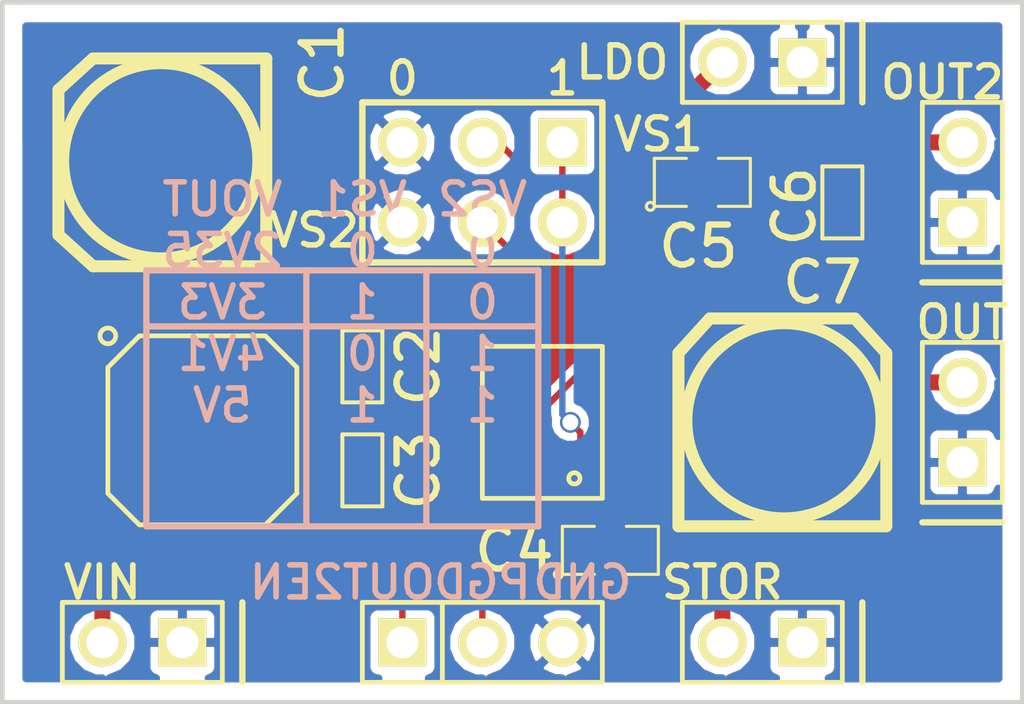
<source format=kicad_pcb>
(kicad_pcb (version 3) (host pcbnew "(2012-nov-02)-testing")

  (general
    (links 38)
    (no_connects 0)
    (area 165.024999 39.226067 207.7882 81.1276)
    (thickness 1.6)
    (drawings 33)
    (tracks 78)
    (zones 0)
    (modules 16)
    (nets 16)
  )

  (page A3)
  (layers
    (15 F.Cu signal)
    (0 B.Cu signal)
    (16 B.Adhes user)
    (17 F.Adhes user)
    (18 B.Paste user)
    (19 F.Paste user)
    (20 B.SilkS user)
    (21 F.SilkS user)
    (22 B.Mask user)
    (23 F.Mask user)
    (24 Dwgs.User user)
    (25 Cmts.User user)
    (26 Eco1.User user)
    (27 Eco2.User user)
    (28 Edge.Cuts user)
  )

  (setup
    (last_trace_width 0.2032)
    (user_trace_width 0.2032)
    (user_trace_width 0.254)
    (user_trace_width 0.3048)
    (user_trace_width 0.508)
    (trace_clearance 0.2032)
    (zone_clearance 0.254)
    (zone_45_only no)
    (trace_min 0.1524)
    (segment_width 0.2)
    (edge_width 0.15)
    (via_size 0.889)
    (via_drill 0.635)
    (via_min_size 0.508)
    (via_min_drill 0.381)
    (user_via 0.5334 0.381)
    (user_via 0.6604 0.508)
    (user_via 0.889 0.635)
    (uvia_size 0.508)
    (uvia_drill 0.127)
    (uvias_allowed no)
    (uvia_min_size 0.508)
    (uvia_min_drill 0.127)
    (pcb_text_width 0.3)
    (pcb_text_size 1 1)
    (mod_edge_width 0.15)
    (mod_text_size 1 1)
    (mod_text_width 0.15)
    (pad_size 1 1)
    (pad_drill 0.6)
    (pad_to_mask_clearance 0)
    (aux_axis_origin 0 0)
    (visible_elements FFFFFFBF)
    (pcbplotparams
      (layerselection 284196865)
      (usegerberextensions true)
      (excludeedgelayer true)
      (linewidth 152400)
      (plotframeref false)
      (viasonmask false)
      (mode 1)
      (useauxorigin false)
      (hpglpennumber 1)
      (hpglpenspeed 20)
      (hpglpendiameter 15)
      (hpglpenoverlay 2)
      (psnegative false)
      (psa4output false)
      (plotreference true)
      (plotvalue true)
      (plotothertext true)
      (plotinvisibletext false)
      (padsonsilk false)
      (subtractmaskfromsilk false)
      (outputformat 1)
      (mirror false)
      (drillshape 0)
      (scaleselection 1)
      (outputdirectory out))
  )

  (net 0 "")
  (net 1 /LDO)
  (net 2 /PGD)
  (net 3 /VAUX)
  (net 4 /VOUT)
  (net 5 /VOUT2)
  (net 6 /VOUT2_EN)
  (net 7 /VS1)
  (net 8 /VS2)
  (net 9 /VSTORE)
  (net 10 GND)
  (net 11 N-0000010)
  (net 12 N-0000011)
  (net 13 N-0000012)
  (net 14 N-0000014)
  (net 15 N-0000015)

  (net_class Default "This is the default net class."
    (clearance 0.2032)
    (trace_width 0.254)
    (via_dia 0.889)
    (via_drill 0.635)
    (uvia_dia 0.508)
    (uvia_drill 0.127)
    (add_net "")
    (add_net /LDO)
    (add_net /PGD)
    (add_net /VAUX)
    (add_net /VOUT)
    (add_net /VOUT2)
    (add_net /VOUT2_EN)
    (add_net /VS1)
    (add_net /VS2)
    (add_net /VSTORE)
    (add_net GND)
    (add_net N-0000010)
    (add_net N-0000011)
    (add_net N-0000012)
    (add_net N-0000014)
    (add_net N-0000015)
  )

  (module TXFMR-LPR6235 (layer F.Cu) (tedit 51172042) (tstamp 51172076)
    (at 171.45 65.024)
    (path /511717EE)
    (fp_text reference XF1 (at 0 -4.191) (layer F.SilkS) hide
      (effects (font (size 1 1) (thickness 0.15)))
    )
    (fp_text value TRANSFORMER (at 0 4.5) (layer F.SilkS) hide
      (effects (font (size 1 1) (thickness 0.15)))
    )
    (fp_circle (center -3 -3) (end -3.25 -3) (layer F.SilkS) (width 0.15))
    (fp_line (start -3 -2) (end -2 -3) (layer F.SilkS) (width 0.15))
    (fp_line (start -2 -3) (end 2 -3) (layer F.SilkS) (width 0.15))
    (fp_line (start 2 -3) (end 3 -2) (layer F.SilkS) (width 0.15))
    (fp_line (start 3 -2) (end 3 2) (layer F.SilkS) (width 0.15))
    (fp_line (start 3 2) (end 2 3) (layer F.SilkS) (width 0.15))
    (fp_line (start 2 3) (end -2 3) (layer F.SilkS) (width 0.15))
    (fp_line (start -2 3) (end -3 2) (layer F.SilkS) (width 0.15))
    (fp_line (start -3 2) (end -3 -2) (layer F.SilkS) (width 0.15))
    (pad 1 smd rect (at -2.15 -2.15 45) (size 2.3 1.6)
      (layers F.Cu F.Paste F.Mask)
      (net 15 N-0000015)
    )
    (pad 2 smd rect (at -2.15 2.15 315) (size 2.3 1.6)
      (layers F.Cu F.Paste F.Mask)
      (net 11 N-0000010)
    )
    (pad 3 smd rect (at 2.15 2.15 45) (size 2.3 1.6)
      (layers F.Cu F.Paste F.Mask)
      (net 10 GND)
    )
    (pad 4 smd rect (at 2.15 -2.15 315) (size 2.3 1.6)
      (layers F.Cu F.Paste F.Mask)
      (net 13 N-0000012)
    )
  )

  (module SSOP-16-.150 (layer F.Cu) (tedit 511721DC) (tstamp 5117208F)
    (at 182.245 64.77 90)
    (path /511721D7)
    (fp_text reference IC1 (at 0 -4.191 90) (layer F.SilkS) hide
      (effects (font (size 1 1) (thickness 0.15)))
    )
    (fp_text value LTC3108 (at 2.54 24.765 90) (layer F.SilkS) hide
      (effects (font (size 1 1) (thickness 0.15)))
    )
    (fp_circle (center -1.778 1.016) (end -1.651 0.889) (layer F.SilkS) (width 0.15))
    (fp_line (start -2.413 -1.905) (end 2.413 -1.905) (layer F.SilkS) (width 0.15))
    (fp_line (start 2.413 -1.905) (end 2.413 1.905) (layer F.SilkS) (width 0.15))
    (fp_line (start 2.413 1.905) (end -2.413 1.905) (layer F.SilkS) (width 0.15))
    (fp_line (start -2.413 1.905) (end -2.413 -1.905) (layer F.SilkS) (width 0.15))
    (pad 4 smd rect (at -0.3175 2.4765 90) (size 0.4191 1.143)
      (layers F.Cu F.Paste F.Mask)
      (net 4 /VOUT)
      (clearance 0.1016)
    )
    (pad 5 smd rect (at 0.3175 2.4765 90) (size 0.4191 1.143)
      (layers F.Cu F.Paste F.Mask)
      (net 5 /VOUT2)
      (clearance 0.1016)
    )
    (pad 6 smd rect (at 0.9525 2.4765 90) (size 0.4191 1.143)
      (layers F.Cu F.Paste F.Mask)
      (net 1 /LDO)
      (clearance 0.1016)
    )
    (pad 7 smd rect (at 1.5875 2.4765 90) (size 0.4191 1.143)
      (layers F.Cu F.Paste F.Mask)
      (net 2 /PGD)
      (clearance 0.1016)
    )
    (pad 8 smd rect (at 2.2225 2.4765 90) (size 0.4191 1.143)
      (layers F.Cu F.Paste F.Mask)
      (net 10 GND)
      (clearance 0.1016)
    )
    (pad 3 smd rect (at -0.9525 2.4765 90) (size 0.4191 1.143)
      (layers F.Cu F.Paste F.Mask)
      (net 9 /VSTORE)
      (clearance 0.1016)
    )
    (pad 2 smd rect (at -1.5875 2.4765 90) (size 0.4191 1.143)
      (layers F.Cu F.Paste F.Mask)
      (net 3 /VAUX)
      (clearance 0.1016)
    )
    (pad 1 smd rect (at -2.2225 2.4765 90) (size 0.4191 1.143)
      (layers F.Cu F.Paste F.Mask)
      (net 10 GND)
      (clearance 0.1016)
    )
    (pad 9 smd rect (at 2.2225 -2.4765 90) (size 0.4191 1.143)
      (layers F.Cu F.Paste F.Mask)
      (net 10 GND)
      (clearance 0.1016)
    )
    (pad 10 smd rect (at 1.5875 -2.4765 90) (size 0.4191 1.143)
      (layers F.Cu F.Paste F.Mask)
      (net 8 /VS2)
      (clearance 0.1016)
    )
    (pad 11 smd rect (at 0.9525 -2.4765 90) (size 0.4191 1.143)
      (layers F.Cu F.Paste F.Mask)
      (net 7 /VS1)
      (clearance 0.1016)
    )
    (pad 12 smd rect (at 0.3175 -2.4765 90) (size 0.4191 1.143)
      (layers F.Cu F.Paste F.Mask)
      (net 6 /VOUT2_EN)
      (clearance 0.1016)
    )
    (pad 13 smd rect (at -0.3175 -2.4765 90) (size 0.4191 1.143)
      (layers F.Cu F.Paste F.Mask)
      (net 12 N-0000011)
      (clearance 0.1016)
    )
    (pad 14 smd rect (at -0.9525 -2.4765 90) (size 0.4191 1.143)
      (layers F.Cu F.Paste F.Mask)
      (net 14 N-0000014)
      (clearance 0.1016)
    )
    (pad 15 smd rect (at -1.5875 -2.4765 90) (size 0.4191 1.143)
      (layers F.Cu F.Paste F.Mask)
      (net 11 N-0000010)
      (clearance 0.1016)
    )
    (pad 16 smd rect (at -2.2225 -2.4765 90) (size 0.4191 1.143)
      (layers F.Cu F.Paste F.Mask)
      (net 10 GND)
      (clearance 0.1016)
    )
  )

  (module SM0805 (layer F.Cu) (tedit 5117256F) (tstamp 5117209C)
    (at 184.404 68.834)
    (path /511722F3)
    (attr smd)
    (fp_text reference C4 (at -3.048 0) (layer F.SilkS)
      (effects (font (size 1.27 1.27) (thickness 0.2032)))
    )
    (fp_text value 4.7uF (at 3.556 1.27) (layer F.SilkS) hide
      (effects (font (size 0.50038 0.50038) (thickness 0.10922)))
    )
    (fp_circle (center -1.651 0.762) (end -1.651 0.635) (layer F.SilkS) (width 0.09906))
    (fp_line (start -0.508 0.762) (end -1.524 0.762) (layer F.SilkS) (width 0.09906))
    (fp_line (start -1.524 0.762) (end -1.524 -0.762) (layer F.SilkS) (width 0.09906))
    (fp_line (start -1.524 -0.762) (end -0.508 -0.762) (layer F.SilkS) (width 0.09906))
    (fp_line (start 0.508 -0.762) (end 1.524 -0.762) (layer F.SilkS) (width 0.09906))
    (fp_line (start 1.524 -0.762) (end 1.524 0.762) (layer F.SilkS) (width 0.09906))
    (fp_line (start 1.524 0.762) (end 0.508 0.762) (layer F.SilkS) (width 0.09906))
    (pad 1 smd rect (at -0.9525 0) (size 0.889 1.397)
      (layers F.Cu F.Paste F.Mask)
      (net 3 /VAUX)
    )
    (pad 2 smd rect (at 0.9525 0) (size 0.889 1.397)
      (layers F.Cu F.Paste F.Mask)
      (net 10 GND)
    )
    (model smd/chip_cms.wrl
      (at (xyz 0 0 0))
      (scale (xyz 0.1 0.1 0.1))
      (rotate (xyz 0 0 0))
    )
  )

  (module SM0805 (layer F.Cu) (tedit 5117257B) (tstamp 511720A9)
    (at 187.325 57.15)
    (path /51172788)
    (attr smd)
    (fp_text reference C5 (at -0.127 2.032) (layer F.SilkS)
      (effects (font (size 1.27 1.27) (thickness 0.2032)))
    )
    (fp_text value 2.2uF (at 0.381 2.794) (layer F.SilkS) hide
      (effects (font (size 0.50038 0.50038) (thickness 0.10922)))
    )
    (fp_circle (center -1.651 0.762) (end -1.651 0.635) (layer F.SilkS) (width 0.09906))
    (fp_line (start -0.508 0.762) (end -1.524 0.762) (layer F.SilkS) (width 0.09906))
    (fp_line (start -1.524 0.762) (end -1.524 -0.762) (layer F.SilkS) (width 0.09906))
    (fp_line (start -1.524 -0.762) (end -0.508 -0.762) (layer F.SilkS) (width 0.09906))
    (fp_line (start 0.508 -0.762) (end 1.524 -0.762) (layer F.SilkS) (width 0.09906))
    (fp_line (start 1.524 -0.762) (end 1.524 0.762) (layer F.SilkS) (width 0.09906))
    (fp_line (start 1.524 0.762) (end 0.508 0.762) (layer F.SilkS) (width 0.09906))
    (pad 1 smd rect (at -0.9525 0) (size 0.889 1.397)
      (layers F.Cu F.Paste F.Mask)
      (net 1 /LDO)
    )
    (pad 2 smd rect (at 0.9525 0) (size 0.889 1.397)
      (layers F.Cu F.Paste F.Mask)
      (net 10 GND)
    )
    (model smd/chip_cms.wrl
      (at (xyz 0 0 0))
      (scale (xyz 0.1 0.1 0.1))
      (rotate (xyz 0 0 0))
    )
  )

  (module SM0603 (layer F.Cu) (tedit 51172553) (tstamp 511720B3)
    (at 176.53 62.992 90)
    (path /511721F9)
    (attr smd)
    (fp_text reference C2 (at 0 1.778 90) (layer F.SilkS)
      (effects (font (size 1.27 1.27) (thickness 0.2032)))
    )
    (fp_text value 0.01uF (at 0 0 90) (layer F.SilkS) hide
      (effects (font (size 0.508 0.4572) (thickness 0.1143)))
    )
    (fp_line (start -1.143 -0.635) (end 1.143 -0.635) (layer F.SilkS) (width 0.127))
    (fp_line (start 1.143 -0.635) (end 1.143 0.635) (layer F.SilkS) (width 0.127))
    (fp_line (start 1.143 0.635) (end -1.143 0.635) (layer F.SilkS) (width 0.127))
    (fp_line (start -1.143 0.635) (end -1.143 -0.635) (layer F.SilkS) (width 0.127))
    (pad 1 smd rect (at -0.762 0 90) (size 0.635 1.143)
      (layers F.Cu F.Paste F.Mask)
      (net 13 N-0000012)
    )
    (pad 2 smd rect (at 0.762 0 90) (size 0.635 1.143)
      (layers F.Cu F.Paste F.Mask)
      (net 12 N-0000011)
    )
    (model smd\resistors\R0603.wrl
      (at (xyz 0 0 0.001))
      (scale (xyz 0.5 0.5 0.5))
      (rotate (xyz 0 0 0))
    )
  )

  (module SM0603 (layer F.Cu) (tedit 51172560) (tstamp 511720BD)
    (at 176.53 66.294 270)
    (path /51172212)
    (attr smd)
    (fp_text reference C3 (at 0 -1.778 270) (layer F.SilkS)
      (effects (font (size 1.27 1.27) (thickness 0.2032)))
    )
    (fp_text value 330pF (at 0 0 270) (layer F.SilkS) hide
      (effects (font (size 0.508 0.4572) (thickness 0.1143)))
    )
    (fp_line (start -1.143 -0.635) (end 1.143 -0.635) (layer F.SilkS) (width 0.127))
    (fp_line (start 1.143 -0.635) (end 1.143 0.635) (layer F.SilkS) (width 0.127))
    (fp_line (start 1.143 0.635) (end -1.143 0.635) (layer F.SilkS) (width 0.127))
    (fp_line (start -1.143 0.635) (end -1.143 -0.635) (layer F.SilkS) (width 0.127))
    (pad 1 smd rect (at -0.762 0 270) (size 0.635 1.143)
      (layers F.Cu F.Paste F.Mask)
      (net 13 N-0000012)
    )
    (pad 2 smd rect (at 0.762 0 270) (size 0.635 1.143)
      (layers F.Cu F.Paste F.Mask)
      (net 14 N-0000014)
    )
    (model smd\resistors\R0603.wrl
      (at (xyz 0 0 0.001))
      (scale (xyz 0.5 0.5 0.5))
      (rotate (xyz 0 0 0))
    )
  )

  (module SM0603 (layer F.Cu) (tedit 51172587) (tstamp 511720C7)
    (at 191.77 57.785 90)
    (path /511725C7)
    (attr smd)
    (fp_text reference C6 (at -0.127 -1.524 90) (layer F.SilkS)
      (effects (font (size 1.27 1.27) (thickness 0.2032)))
    )
    (fp_text value 0.1uF (at 0 0 90) (layer F.SilkS) hide
      (effects (font (size 0.508 0.4572) (thickness 0.1143)))
    )
    (fp_line (start -1.143 -0.635) (end 1.143 -0.635) (layer F.SilkS) (width 0.127))
    (fp_line (start 1.143 -0.635) (end 1.143 0.635) (layer F.SilkS) (width 0.127))
    (fp_line (start 1.143 0.635) (end -1.143 0.635) (layer F.SilkS) (width 0.127))
    (fp_line (start -1.143 0.635) (end -1.143 -0.635) (layer F.SilkS) (width 0.127))
    (pad 1 smd rect (at -0.762 0 90) (size 0.635 1.143)
      (layers F.Cu F.Paste F.Mask)
      (net 10 GND)
    )
    (pad 2 smd rect (at 0.762 0 90) (size 0.635 1.143)
      (layers F.Cu F.Paste F.Mask)
      (net 5 /VOUT2)
    )
    (model smd\resistors\R0603.wrl
      (at (xyz 0 0 0.001))
      (scale (xyz 0.5 0.5 0.5))
      (rotate (xyz 0 0 0))
    )
  )

  (module pin_array_3x2 (layer F.Cu) (tedit 51172315) (tstamp 511720D5)
    (at 180.34 57.15 180)
    (descr "Double rangee de contacts 2 x 4 pins")
    (tags CONN)
    (path /511729B1)
    (fp_text reference P2 (at -22.86 -3.81 180) (layer F.SilkS) hide
      (effects (font (size 1.016 1.016) (thickness 0.2032)))
    )
    (fp_text value CONN_3X2 (at 0 3.81 180) (layer F.SilkS) hide
      (effects (font (size 1.016 1.016) (thickness 0.2032)))
    )
    (fp_line (start 3.81 2.54) (end -3.81 2.54) (layer F.SilkS) (width 0.2032))
    (fp_line (start -3.81 -2.54) (end 3.81 -2.54) (layer F.SilkS) (width 0.2032))
    (fp_line (start 3.81 -2.54) (end 3.81 2.54) (layer F.SilkS) (width 0.2032))
    (fp_line (start -3.81 2.54) (end -3.81 -2.54) (layer F.SilkS) (width 0.2032))
    (pad 1 thru_hole rect (at -2.54 1.27 180) (size 1.524 1.524) (drill 1.016)
      (layers *.Cu *.Mask F.SilkS)
      (net 3 /VAUX)
    )
    (pad 2 thru_hole circle (at -2.54 -1.27 180) (size 1.524 1.524) (drill 1.016)
      (layers *.Cu *.Mask F.SilkS)
      (net 3 /VAUX)
    )
    (pad 3 thru_hole circle (at 0 1.27 180) (size 1.524 1.524) (drill 1.016)
      (layers *.Cu *.Mask F.SilkS)
      (net 7 /VS1)
    )
    (pad 4 thru_hole circle (at 0 -1.27 180) (size 1.524 1.524) (drill 1.016)
      (layers *.Cu *.Mask F.SilkS)
      (net 8 /VS2)
    )
    (pad 5 thru_hole circle (at 2.54 1.27 180) (size 1.524 1.524) (drill 1.016)
      (layers *.Cu *.Mask F.SilkS)
      (net 10 GND)
    )
    (pad 6 thru_hole circle (at 2.54 -1.27 180) (size 1.524 1.524) (drill 1.016)
      (layers *.Cu *.Mask F.SilkS)
      (net 10 GND)
    )
    (model pin_array/pins_array_3x2.wrl
      (at (xyz 0 0 0))
      (scale (xyz 1 1 1))
      (rotate (xyz 0 0 0))
    )
  )

  (module PIN_ARRAY_3X1 (layer F.Cu) (tedit 51172319) (tstamp 511720E1)
    (at 180.34 71.755)
    (descr "Connecteur 3 pins")
    (tags "CONN DEV")
    (path /51172B9A)
    (fp_text reference P5 (at 22.86 -5.715) (layer F.SilkS) hide
      (effects (font (size 1.016 1.016) (thickness 0.1524)))
    )
    (fp_text value CONN_3 (at 0 -2.159) (layer F.SilkS) hide
      (effects (font (size 1.016 1.016) (thickness 0.1524)))
    )
    (fp_line (start -3.81 1.27) (end -3.81 -1.27) (layer F.SilkS) (width 0.1524))
    (fp_line (start -3.81 -1.27) (end 3.81 -1.27) (layer F.SilkS) (width 0.1524))
    (fp_line (start 3.81 -1.27) (end 3.81 1.27) (layer F.SilkS) (width 0.1524))
    (fp_line (start 3.81 1.27) (end -3.81 1.27) (layer F.SilkS) (width 0.1524))
    (fp_line (start -1.27 -1.27) (end -1.27 1.27) (layer F.SilkS) (width 0.1524))
    (pad 1 thru_hole rect (at -2.54 0) (size 1.524 1.524) (drill 1.016)
      (layers *.Cu *.Mask F.SilkS)
      (net 6 /VOUT2_EN)
    )
    (pad 2 thru_hole circle (at 0 0) (size 1.524 1.524) (drill 1.016)
      (layers *.Cu *.Mask F.SilkS)
      (net 2 /PGD)
    )
    (pad 3 thru_hole circle (at 2.54 0) (size 1.524 1.524) (drill 1.016)
      (layers *.Cu *.Mask F.SilkS)
      (net 10 GND)
    )
    (model pin_array/pins_array_3x1.wrl
      (at (xyz 0 0 0))
      (scale (xyz 1 1 1))
      (rotate (xyz 0 0 0))
    )
  )

  (module PIN_ARRAY_2X1 (layer F.Cu) (tedit 511722FC) (tstamp 511720EB)
    (at 169.545 71.755 180)
    (descr "Connecteurs 2 pins")
    (tags "CONN DEV")
    (path /5117161A)
    (fp_text reference P1 (at 0 -6.985 180) (layer F.SilkS) hide
      (effects (font (size 0.762 0.762) (thickness 0.1524)))
    )
    (fp_text value CONN_2 (at 0 -1.905 180) (layer F.SilkS) hide
      (effects (font (size 0.762 0.762) (thickness 0.1524)))
    )
    (fp_line (start -2.54 1.27) (end -2.54 -1.27) (layer F.SilkS) (width 0.1524))
    (fp_line (start -2.54 -1.27) (end 2.54 -1.27) (layer F.SilkS) (width 0.1524))
    (fp_line (start 2.54 -1.27) (end 2.54 1.27) (layer F.SilkS) (width 0.1524))
    (fp_line (start 2.54 1.27) (end -2.54 1.27) (layer F.SilkS) (width 0.1524))
    (pad 1 thru_hole rect (at -1.27 0 180) (size 1.524 1.524) (drill 1.016)
      (layers *.Cu *.Mask F.SilkS)
      (net 10 GND)
    )
    (pad 2 thru_hole circle (at 1.27 0 180) (size 1.524 1.524) (drill 1.016)
      (layers *.Cu *.Mask F.SilkS)
      (net 15 N-0000015)
    )
    (model pin_array/pins_array_2x1.wrl
      (at (xyz 0 0 0))
      (scale (xyz 1 1 1))
      (rotate (xyz 0 0 0))
    )
  )

  (module PIN_ARRAY_2X1 (layer F.Cu) (tedit 51172300) (tstamp 511720F5)
    (at 189.23 71.755 180)
    (descr "Connecteurs 2 pins")
    (tags "CONN DEV")
    (path /51172537)
    (fp_text reference P3 (at 0 -6.35 180) (layer F.SilkS) hide
      (effects (font (size 0.762 0.762) (thickness 0.1524)))
    )
    (fp_text value CONN_2 (at 0 -1.905 180) (layer F.SilkS) hide
      (effects (font (size 0.762 0.762) (thickness 0.1524)))
    )
    (fp_line (start -2.54 1.27) (end -2.54 -1.27) (layer F.SilkS) (width 0.1524))
    (fp_line (start -2.54 -1.27) (end 2.54 -1.27) (layer F.SilkS) (width 0.1524))
    (fp_line (start 2.54 -1.27) (end 2.54 1.27) (layer F.SilkS) (width 0.1524))
    (fp_line (start 2.54 1.27) (end -2.54 1.27) (layer F.SilkS) (width 0.1524))
    (pad 1 thru_hole rect (at -1.27 0 180) (size 1.524 1.524) (drill 1.016)
      (layers *.Cu *.Mask F.SilkS)
      (net 10 GND)
    )
    (pad 2 thru_hole circle (at 1.27 0 180) (size 1.524 1.524) (drill 1.016)
      (layers *.Cu *.Mask F.SilkS)
      (net 9 /VSTORE)
    )
    (model pin_array/pins_array_2x1.wrl
      (at (xyz 0 0 0))
      (scale (xyz 1 1 1))
      (rotate (xyz 0 0 0))
    )
  )

  (module PIN_ARRAY_2X1 (layer F.Cu) (tedit 511722F7) (tstamp 511720FF)
    (at 195.58 57.15 90)
    (descr "Connecteurs 2 pins")
    (tags "CONN DEV")
    (path /51172596)
    (fp_text reference P6 (at 1.27 6.985 90) (layer F.SilkS) hide
      (effects (font (size 0.762 0.762) (thickness 0.1524)))
    )
    (fp_text value CONN_2 (at 0 -1.905 90) (layer F.SilkS) hide
      (effects (font (size 0.762 0.762) (thickness 0.1524)))
    )
    (fp_line (start -2.54 1.27) (end -2.54 -1.27) (layer F.SilkS) (width 0.1524))
    (fp_line (start -2.54 -1.27) (end 2.54 -1.27) (layer F.SilkS) (width 0.1524))
    (fp_line (start 2.54 -1.27) (end 2.54 1.27) (layer F.SilkS) (width 0.1524))
    (fp_line (start 2.54 1.27) (end -2.54 1.27) (layer F.SilkS) (width 0.1524))
    (pad 1 thru_hole rect (at -1.27 0 90) (size 1.524 1.524) (drill 1.016)
      (layers *.Cu *.Mask F.SilkS)
      (net 10 GND)
    )
    (pad 2 thru_hole circle (at 1.27 0 90) (size 1.524 1.524) (drill 1.016)
      (layers *.Cu *.Mask F.SilkS)
      (net 5 /VOUT2)
    )
    (model pin_array/pins_array_2x1.wrl
      (at (xyz 0 0 0))
      (scale (xyz 1 1 1))
      (rotate (xyz 0 0 0))
    )
  )

  (module PIN_ARRAY_2X1 (layer F.Cu) (tedit 51172145) (tstamp 51172109)
    (at 189.23 53.34 180)
    (descr "Connecteurs 2 pins")
    (tags "CONN DEV")
    (path /511726B9)
    (fp_text reference P4 (at -11.43 -7.62 180) (layer F.SilkS) hide
      (effects (font (size 0.762 0.762) (thickness 0.1524)))
    )
    (fp_text value CONN_2 (at 0 -1.905 180) (layer F.SilkS) hide
      (effects (font (size 0.762 0.762) (thickness 0.1524)))
    )
    (fp_line (start -2.54 1.27) (end -2.54 -1.27) (layer F.SilkS) (width 0.1524))
    (fp_line (start -2.54 -1.27) (end 2.54 -1.27) (layer F.SilkS) (width 0.1524))
    (fp_line (start 2.54 -1.27) (end 2.54 1.27) (layer F.SilkS) (width 0.1524))
    (fp_line (start 2.54 1.27) (end -2.54 1.27) (layer F.SilkS) (width 0.1524))
    (pad 1 thru_hole rect (at -1.27 0 180) (size 1.524 1.524) (drill 1.016)
      (layers *.Cu *.Mask F.SilkS)
      (net 10 GND)
    )
    (pad 2 thru_hole circle (at 1.27 0 180) (size 1.524 1.524) (drill 1.016)
      (layers *.Cu *.Mask F.SilkS)
      (net 1 /LDO)
    )
    (model pin_array/pins_array_2x1.wrl
      (at (xyz 0 0 0))
      (scale (xyz 1 1 1))
      (rotate (xyz 0 0 0))
    )
  )

  (module PIN_ARRAY_2X1 (layer F.Cu) (tedit 511722F2) (tstamp 51172113)
    (at 195.58 64.77 90)
    (descr "Connecteurs 2 pins")
    (tags "CONN DEV")
    (path /51172837)
    (fp_text reference P7 (at -0.635 5.08 180) (layer F.SilkS) hide
      (effects (font (size 0.762 0.762) (thickness 0.1524)))
    )
    (fp_text value CONN_2 (at 0 -1.905 90) (layer F.SilkS) hide
      (effects (font (size 0.762 0.762) (thickness 0.1524)))
    )
    (fp_line (start -2.54 1.27) (end -2.54 -1.27) (layer F.SilkS) (width 0.1524))
    (fp_line (start -2.54 -1.27) (end 2.54 -1.27) (layer F.SilkS) (width 0.1524))
    (fp_line (start 2.54 -1.27) (end 2.54 1.27) (layer F.SilkS) (width 0.1524))
    (fp_line (start 2.54 1.27) (end -2.54 1.27) (layer F.SilkS) (width 0.1524))
    (pad 1 thru_hole rect (at -1.27 0 90) (size 1.524 1.524) (drill 1.016)
      (layers *.Cu *.Mask F.SilkS)
      (net 10 GND)
    )
    (pad 2 thru_hole circle (at 1.27 0 90) (size 1.524 1.524) (drill 1.016)
      (layers *.Cu *.Mask F.SilkS)
      (net 4 /VOUT)
    )
    (model pin_array/pins_array_2x1.wrl
      (at (xyz 0 0 0))
      (scale (xyz 1 1 1))
      (rotate (xyz 0 0 0))
    )
  )

  (module CAP-6.3MM-PANAD (layer F.Cu) (tedit 5117230B) (tstamp 51172120)
    (at 170.18 56.515 90)
    (path /51171606)
    (fp_text reference C1 (at 3.175 5.08 90) (layer F.SilkS)
      (effects (font (size 1.27 1.27) (thickness 0.2032)))
    )
    (fp_text value 220uF (at 12.7 -1.27 90) (layer F.SilkS) hide
      (effects (font (size 1.524 1.524) (thickness 0.3048)))
    )
    (fp_line (start -3.29946 3.29946) (end 3.29946 3.29946) (layer F.SilkS) (width 0.381))
    (fp_line (start 3.29946 3.29946) (end 3.29946 -2.19964) (layer F.SilkS) (width 0.381))
    (fp_line (start 3.29946 -2.19964) (end 2.30124 -3.29946) (layer F.SilkS) (width 0.381))
    (fp_line (start 2.30124 -3.29946) (end -2.30124 -3.29946) (layer F.SilkS) (width 0.381))
    (fp_line (start -2.30124 -3.29946) (end -3.29946 -2.19964) (layer F.SilkS) (width 0.381))
    (fp_line (start -3.29946 -2.19964) (end -3.29946 3.29946) (layer F.SilkS) (width 0.381))
    (fp_circle (center 0.0508 -0.0508) (end 3.1496 0) (layer F.SilkS) (width 0.381))
    (pad 1 smd rect (at 0 -2.49936 90) (size 1.09982 2.90068)
      (layers F.Cu F.Paste F.Mask)
      (net 15 N-0000015)
    )
    (pad 2 smd rect (at 0 2.79908 90) (size 1.09982 2.90068)
      (layers F.Cu F.Paste F.Mask)
      (net 10 GND)
    )
  )

  (module CAP-6.3MM-PANAD (layer F.Cu) (tedit 511726B4) (tstamp 5117212D)
    (at 189.865 64.77)
    (path /51172872)
    (fp_text reference C7 (at 1.27 -4.445) (layer F.SilkS)
      (effects (font (size 1.27 1.27) (thickness 0.2032)))
    )
    (fp_text value 100uF (at 7.62 15.24) (layer F.SilkS) hide
      (effects (font (size 1.524 1.524) (thickness 0.3048)))
    )
    (fp_line (start -3.29946 3.29946) (end 3.29946 3.29946) (layer F.SilkS) (width 0.381))
    (fp_line (start 3.29946 3.29946) (end 3.29946 -2.19964) (layer F.SilkS) (width 0.381))
    (fp_line (start 3.29946 -2.19964) (end 2.30124 -3.29946) (layer F.SilkS) (width 0.381))
    (fp_line (start 2.30124 -3.29946) (end -2.30124 -3.29946) (layer F.SilkS) (width 0.381))
    (fp_line (start -2.30124 -3.29946) (end -3.29946 -2.19964) (layer F.SilkS) (width 0.381))
    (fp_line (start -3.29946 -2.19964) (end -3.29946 3.29946) (layer F.SilkS) (width 0.381))
    (fp_circle (center 0.0508 -0.0508) (end 3.1496 0) (layer F.SilkS) (width 0.381))
    (pad 1 smd rect (at 0 -2.49936) (size 1.09982 2.90068)
      (layers F.Cu F.Paste F.Mask)
      (net 4 /VOUT)
    )
    (pad 2 smd rect (at 0 2.79908) (size 1.09982 2.90068)
      (layers F.Cu F.Paste F.Mask)
      (net 10 GND)
    )
  )

  (gr_text VIN (at 168.275 69.85) (layer F.SilkS)
    (effects (font (size 1.016 1.016) (thickness 0.1778)))
  )
  (gr_line (start 172.72 70.485) (end 172.72 73.025) (angle 90) (layer F.SilkS) (width 0.2))
  (gr_text OUT2EN (at 175.895 69.85) (layer B.SilkS)
    (effects (font (size 1.016 1.016) (thickness 0.1778)) (justify mirror))
  )
  (gr_text PGD (at 180.34 69.85) (layer B.SilkS)
    (effects (font (size 1.016 1.016) (thickness 0.1778)) (justify mirror))
  )
  (gr_text GND (at 183.515 69.85) (layer B.SilkS)
    (effects (font (size 1.016 1.016) (thickness 0.1778)) (justify mirror))
  )
  (gr_text STOR (at 187.96 69.85) (layer F.SilkS)
    (effects (font (size 1.016 1.016) (thickness 0.1778)))
  )
  (gr_line (start 192.405 70.485) (end 192.405 73.025) (angle 90) (layer F.SilkS) (width 0.2))
  (gr_text OUT (at 195.58 61.595) (layer F.SilkS)
    (effects (font (size 1.016 1.016) (thickness 0.1778)))
  )
  (gr_line (start 194.31 67.945) (end 196.85 67.945) (angle 90) (layer F.SilkS) (width 0.2))
  (gr_text OUT2 (at 194.945 53.975) (layer F.SilkS)
    (effects (font (size 1.016 1.016) (thickness 0.1778)))
  )
  (gr_line (start 194.31 60.325) (end 196.85 60.325) (angle 90) (layer F.SilkS) (width 0.2))
  (gr_text LDO (at 184.785 53.34) (layer F.SilkS)
    (effects (font (size 1.016 1.016) (thickness 0.1778)))
  )
  (gr_line (start 192.405 54.61) (end 192.405 52.07) (angle 90) (layer F.SilkS) (width 0.2))
  (gr_line (start 182.118 61.722) (end 169.672 61.722) (angle 90) (layer B.SilkS) (width 0.2))
  (gr_line (start 178.562 59.944) (end 178.562 68.072) (angle 90) (layer B.SilkS) (width 0.2))
  (gr_line (start 174.752 59.944) (end 174.752 68.072) (angle 90) (layer B.SilkS) (width 0.2))
  (gr_line (start 169.672 68.072) (end 169.672 59.944) (angle 90) (layer B.SilkS) (width 0.2))
  (gr_line (start 182.118 68.072) (end 169.672 68.072) (angle 90) (layer B.SilkS) (width 0.2))
  (gr_line (start 182.118 59.944) (end 182.118 68.072) (angle 90) (layer B.SilkS) (width 0.2))
  (gr_line (start 169.672 59.944) (end 182.118 59.944) (angle 90) (layer B.SilkS) (width 0.2))
  (gr_text "VOUT\n2V35\n3V3\n4V1\n5V" (at 172.085 60.96) (layer B.SilkS)
    (effects (font (size 1.016 1.016) (thickness 0.1778)) (justify mirror))
  )
  (gr_text "VS1\n0\n1\n0\n1" (at 176.53 60.96) (layer B.SilkS)
    (effects (font (size 1.016 1.016) (thickness 0.1778)) (justify mirror))
  )
  (gr_text "VS2\n0\n0\n1\n1" (at 180.34 60.96) (layer B.SilkS)
    (effects (font (size 1.016 1.016) (thickness 0.1778)) (justify mirror))
  )
  (gr_text VS2 (at 175.006 58.674) (layer F.SilkS)
    (effects (font (size 1.016 1.016) (thickness 0.1778)))
  )
  (gr_text VS1 (at 185.928 55.626) (layer F.SilkS)
    (effects (font (size 1.016 1.016) (thickness 0.1778)))
  )
  (gr_text 1 (at 182.88 53.848) (layer F.SilkS)
    (effects (font (size 1.016 1.016) (thickness 0.1778)))
  )
  (gr_text 0 (at 177.8 53.848) (layer F.SilkS)
    (effects (font (size 1.016 1.016) (thickness 0.1778)))
  )
  (gr_line (start 165.1 73.66) (end 165.735 73.66) (angle 90) (layer Edge.Cuts) (width 0.15))
  (gr_line (start 165.1 51.435) (end 165.735 51.435) (angle 90) (layer Edge.Cuts) (width 0.15))
  (gr_line (start 165.735 73.66) (end 197.485 73.66) (angle 90) (layer Edge.Cuts) (width 0.15))
  (gr_line (start 165.1 51.435) (end 165.1 73.66) (angle 90) (layer Edge.Cuts) (width 0.15))
  (gr_line (start 197.485 51.435) (end 165.735 51.435) (angle 90) (layer Edge.Cuts) (width 0.15))
  (gr_line (start 197.485 73.66) (end 197.485 51.435) (angle 90) (layer Edge.Cuts) (width 0.15))

  (segment (start 184.7215 63.8175) (end 185.8645 63.8175) (width 0.3048) (layer F.Cu) (net 1))
  (segment (start 186.3725 63.3095) (end 186.182 63.5) (width 0.508) (layer F.Cu) (net 1) (tstamp 511724C1))
  (segment (start 186.3725 63.3095) (end 186.3725 57.15) (width 0.508) (layer F.Cu) (net 1))
  (segment (start 185.8645 63.8175) (end 186.182 63.5) (width 0.3048) (layer F.Cu) (net 1) (tstamp 511724C8))
  (segment (start 186.3725 57.15) (end 186.3725 54.9275) (width 0.508) (layer F.Cu) (net 1))
  (segment (start 186.3725 54.9275) (end 187.96 53.34) (width 0.508) (layer F.Cu) (net 1) (tstamp 511724BB))
  (segment (start 184.7215 63.1825) (end 183.4515 63.1825) (width 0.2032) (layer F.Cu) (net 2))
  (segment (start 180.34 69.088) (end 180.34 71.755) (width 0.2032) (layer F.Cu) (net 2) (tstamp 511724EE))
  (segment (start 182.118 67.31) (end 180.34 69.088) (width 0.2032) (layer F.Cu) (net 2) (tstamp 511724EA))
  (segment (start 182.118 64.516) (end 182.118 67.31) (width 0.2032) (layer F.Cu) (net 2) (tstamp 511724E8))
  (segment (start 183.4515 63.1825) (end 182.118 64.516) (width 0.2032) (layer F.Cu) (net 2) (tstamp 511724E5))
  (segment (start 182.88 58.42) (end 182.88 55.88) (width 0.2032) (layer F.Cu) (net 3))
  (segment (start 183.4515 66.4845) (end 183.4515 65.0875) (width 0.2032) (layer F.Cu) (net 3))
  (segment (start 182.88 64.516) (end 182.88 58.42) (width 0.2032) (layer B.Cu) (net 3) (tstamp 5117253E))
  (segment (start 183.134 64.77) (end 182.88 64.516) (width 0.2032) (layer B.Cu) (net 3) (tstamp 5117253D))
  (via (at 183.134 64.77) (size 0.6604) (drill 0.508) (layers F.Cu B.Cu) (net 3))
  (segment (start 183.4515 65.0875) (end 183.134 64.77) (width 0.2032) (layer F.Cu) (net 3) (tstamp 5117253B))
  (segment (start 183.4515 68.834) (end 183.4515 66.4845) (width 0.3048) (layer F.Cu) (net 3))
  (segment (start 183.5785 66.3575) (end 184.7215 66.3575) (width 0.3048) (layer F.Cu) (net 3) (tstamp 51172525))
  (segment (start 183.4515 66.4845) (end 183.5785 66.3575) (width 0.3048) (layer F.Cu) (net 3) (tstamp 51172524))
  (segment (start 195.58 63.5) (end 191.09436 63.5) (width 0.508) (layer F.Cu) (net 4))
  (segment (start 191.09436 63.5) (end 189.865 62.27064) (width 0.508) (layer F.Cu) (net 4) (tstamp 511724A9))
  (segment (start 184.7215 65.0875) (end 187.1345 65.0875) (width 0.3048) (layer F.Cu) (net 4))
  (segment (start 189.865 62.357) (end 187.198 65.024) (width 0.508) (layer F.Cu) (net 4) (tstamp 511724A3))
  (segment (start 189.865 62.357) (end 189.865 62.27064) (width 0.508) (layer F.Cu) (net 4))
  (segment (start 187.1345 65.0875) (end 187.198 65.024) (width 0.3048) (layer F.Cu) (net 4) (tstamp 511724A6))
  (segment (start 184.7215 64.4525) (end 186.4995 64.4525) (width 0.3048) (layer F.Cu) (net 5))
  (segment (start 191.135 57.023) (end 189.738 58.42) (width 0.508) (layer F.Cu) (net 5) (tstamp 511724B0))
  (segment (start 189.738 58.42) (end 189.738 59.182) (width 0.508) (layer F.Cu) (net 5) (tstamp 511724B1))
  (segment (start 189.738 59.182) (end 187.96 60.96) (width 0.508) (layer F.Cu) (net 5) (tstamp 511724B2))
  (segment (start 187.96 60.96) (end 187.96 62.992) (width 0.508) (layer F.Cu) (net 5) (tstamp 511724B3))
  (segment (start 187.96 62.992) (end 186.69 64.262) (width 0.508) (layer F.Cu) (net 5) (tstamp 511724B4))
  (segment (start 191.135 57.023) (end 191.77 57.023) (width 0.508) (layer F.Cu) (net 5))
  (segment (start 186.4995 64.4525) (end 186.69 64.262) (width 0.3048) (layer F.Cu) (net 5) (tstamp 511724B7))
  (segment (start 195.58 55.88) (end 192.913 55.88) (width 0.508) (layer F.Cu) (net 5))
  (segment (start 192.913 55.88) (end 191.77 57.023) (width 0.508) (layer F.Cu) (net 5) (tstamp 511724AD))
  (segment (start 177.8 71.755) (end 177.8 70.612) (width 0.2032) (layer F.Cu) (net 6))
  (segment (start 180.5305 64.4525) (end 179.7685 64.4525) (width 0.2032) (layer F.Cu) (net 6) (tstamp 51172494))
  (segment (start 181.102 65.024) (end 180.5305 64.4525) (width 0.2032) (layer F.Cu) (net 6) (tstamp 51172493))
  (segment (start 181.102 67.31) (end 181.102 65.024) (width 0.2032) (layer F.Cu) (net 6) (tstamp 51172491))
  (segment (start 177.8 70.612) (end 181.102 67.31) (width 0.2032) (layer F.Cu) (net 6) (tstamp 5117248F))
  (segment (start 180.34 55.88) (end 180.848 55.88) (width 0.2032) (layer F.Cu) (net 7))
  (segment (start 181.0385 63.8175) (end 179.7685 63.8175) (width 0.2032) (layer F.Cu) (net 7) (tstamp 51172487))
  (segment (start 181.61 63.246) (end 181.0385 63.8175) (width 0.2032) (layer F.Cu) (net 7) (tstamp 51172486))
  (segment (start 181.61 56.642) (end 181.61 63.246) (width 0.2032) (layer F.Cu) (net 7) (tstamp 51172485))
  (segment (start 180.848 55.88) (end 181.61 56.642) (width 0.2032) (layer F.Cu) (net 7) (tstamp 51172484))
  (segment (start 179.7685 63.1825) (end 180.6575 63.1825) (width 0.2032) (layer F.Cu) (net 8))
  (segment (start 181.102 59.182) (end 180.34 58.42) (width 0.2032) (layer F.Cu) (net 8) (tstamp 5117248C))
  (segment (start 181.102 62.738) (end 181.102 59.182) (width 0.2032) (layer F.Cu) (net 8) (tstamp 5117248B))
  (segment (start 180.6575 63.1825) (end 181.102 62.738) (width 0.2032) (layer F.Cu) (net 8) (tstamp 5117248A))
  (segment (start 184.7215 65.7225) (end 186.6265 65.7225) (width 0.3048) (layer F.Cu) (net 9))
  (segment (start 187.96 67.056) (end 186.69 65.786) (width 0.508) (layer F.Cu) (net 9) (tstamp 5117249D))
  (segment (start 187.96 67.056) (end 187.96 71.755) (width 0.508) (layer F.Cu) (net 9))
  (segment (start 186.6265 65.7225) (end 186.69 65.786) (width 0.3048) (layer F.Cu) (net 9) (tstamp 511724A0))
  (segment (start 179.7685 66.3575) (end 178.4985 66.3575) (width 0.3048) (layer F.Cu) (net 11))
  (segment (start 169.3 68.208) (end 170.688 69.596) (width 0.508) (layer F.Cu) (net 11) (tstamp 51172455))
  (segment (start 170.688 69.596) (end 176.53 69.596) (width 0.508) (layer F.Cu) (net 11) (tstamp 51172456))
  (segment (start 176.53 69.596) (end 178.054 68.072) (width 0.508) (layer F.Cu) (net 11) (tstamp 51172457))
  (segment (start 169.3 68.208) (end 169.3 67.174) (width 0.508) (layer F.Cu) (net 11))
  (segment (start 178.054 66.802) (end 178.054 68.072) (width 0.3048) (layer F.Cu) (net 11) (tstamp 5117245E))
  (segment (start 178.4985 66.3575) (end 178.054 66.802) (width 0.3048) (layer F.Cu) (net 11) (tstamp 5117245D))
  (segment (start 179.7685 65.0875) (end 178.6255 65.0875) (width 0.3048) (layer F.Cu) (net 12))
  (segment (start 177.292 62.23) (end 176.53 62.23) (width 0.3048) (layer F.Cu) (net 12) (tstamp 5117247E))
  (segment (start 178.054 62.992) (end 177.292 62.23) (width 0.3048) (layer F.Cu) (net 12) (tstamp 5117247D))
  (segment (start 178.054 64.516) (end 178.054 62.992) (width 0.3048) (layer F.Cu) (net 12) (tstamp 5117247C))
  (segment (start 178.6255 65.0875) (end 178.054 64.516) (width 0.3048) (layer F.Cu) (net 12) (tstamp 5117247B))
  (segment (start 176.53 63.754) (end 174.48 63.754) (width 0.3048) (layer F.Cu) (net 13))
  (segment (start 174.48 63.754) (end 173.6 62.874) (width 0.3048) (layer F.Cu) (net 13) (tstamp 51172478))
  (segment (start 176.53 65.532) (end 176.53 63.754) (width 0.3048) (layer F.Cu) (net 13))
  (segment (start 176.53 67.056) (end 176.784 67.056) (width 0.3048) (layer F.Cu) (net 14))
  (segment (start 178.1175 65.7225) (end 179.7685 65.7225) (width 0.3048) (layer F.Cu) (net 14) (tstamp 51172471))
  (segment (start 176.784 67.056) (end 178.1175 65.7225) (width 0.3048) (layer F.Cu) (net 14) (tstamp 51172470))
  (segment (start 167.68064 56.515) (end 167.68064 61.25464) (width 0.508) (layer F.Cu) (net 15))
  (segment (start 167.68064 61.25464) (end 169.3 62.874) (width 0.508) (layer F.Cu) (net 15) (tstamp 51172481))
  (segment (start 168.275 71.755) (end 168.275 70.231) (width 0.508) (layer F.Cu) (net 15))
  (segment (start 166.878 65.296) (end 169.3 62.874) (width 0.508) (layer F.Cu) (net 15) (tstamp 51172421))
  (segment (start 166.878 68.834) (end 166.878 65.296) (width 0.508) (layer F.Cu) (net 15) (tstamp 51172420))
  (segment (start 168.275 70.231) (end 166.878 68.834) (width 0.508) (layer F.Cu) (net 15) (tstamp 5117241F))

  (zone (net 10) (net_name GND) (layer F.Cu) (tstamp 511723EC) (hatch edge 0.508)
    (connect_pads (clearance 0.254))
    (min_thickness 0.254)
    (fill (arc_segments 16) (thermal_gap 0.254) (thermal_bridge_width 0.2794))
    (polygon
      (pts
        (xy 196.85 73.025) (xy 165.735 73.025) (xy 165.735 52.07) (xy 196.85 52.07)
      )
    )
    (filled_polygon
      (pts
        (xy 187.733164 52.197) (xy 187.313389 52.370447) (xy 186.991577 52.691698) (xy 186.8172 53.111646) (xy 186.816803 53.566359)
        (xy 186.822303 53.57967) (xy 185.923487 54.478487) (xy 185.785836 54.684496) (xy 185.7375 54.9275) (xy 185.7375 56.11797)
        (xy 185.712463 56.128316) (xy 185.605192 56.235399) (xy 185.547066 56.375382) (xy 185.546934 56.526953) (xy 185.546934 57.923953)
        (xy 185.604816 58.064037) (xy 185.711899 58.171308) (xy 185.7375 58.181938) (xy 185.7375 63.046474) (xy 185.732987 63.050987)
        (xy 185.674066 63.139168) (xy 185.674066 62.897497) (xy 185.660638 62.865) (xy 185.674066 62.832503) (xy 185.674066 62.262497)
        (xy 185.616184 62.122413) (xy 185.509101 62.015142) (xy 185.369118 61.957016) (xy 185.217547 61.956884) (xy 184.82945 61.95695)
        (xy 184.7342 62.0522) (xy 184.7342 62.5348) (xy 185.57875 62.5348) (xy 185.674 62.43955) (xy 185.674066 62.262497)
        (xy 185.674066 62.832503) (xy 185.674 62.65545) (xy 185.57875 62.5602) (xy 184.8612 62.5602) (xy 184.7342 62.5602)
        (xy 184.7088 62.5602) (xy 184.7088 62.5348) (xy 184.7088 62.0522) (xy 184.61355 61.95695) (xy 184.225453 61.956884)
        (xy 184.073882 61.957016) (xy 183.933899 62.015142) (xy 183.826816 62.122413) (xy 183.768934 62.262497) (xy 183.769 62.43955)
        (xy 183.86425 62.5348) (xy 184.7088 62.5348) (xy 184.7088 62.5602) (xy 184.5818 62.5602) (xy 183.86425 62.5602)
        (xy 183.769 62.65545) (xy 183.768983 62.6999) (xy 183.4515 62.6999) (xy 183.451499 62.6999) (xy 183.266817 62.736636)
        (xy 183.11025 62.84125) (xy 183.110247 62.841253) (xy 181.77675 64.17475) (xy 181.672136 64.331317) (xy 181.6354 64.516)
        (xy 181.6354 67.1101) (xy 181.5846 67.1609) (xy 181.5846 65.024) (xy 181.547864 64.839317) (xy 181.44325 64.68275)
        (xy 181.056933 64.296433) (xy 181.223183 64.263364) (xy 181.37975 64.15875) (xy 181.95125 63.58725) (xy 182.055864 63.430683)
        (xy 182.0926 63.246) (xy 182.0926 59.249082) (xy 182.231698 59.388423) (xy 182.651646 59.5628) (xy 183.106359 59.563197)
        (xy 183.526611 59.389553) (xy 183.848423 59.068302) (xy 184.0228 58.648354) (xy 184.023197 58.193641) (xy 183.849553 57.773389)
        (xy 183.528302 57.451577) (xy 183.3626 57.382771) (xy 183.3626 57.023066) (xy 183.717453 57.023066) (xy 183.857537 56.965184)
        (xy 183.964808 56.858101) (xy 184.022934 56.718118) (xy 184.023066 56.566547) (xy 184.023066 55.042547) (xy 183.965184 54.902463)
        (xy 183.858101 54.795192) (xy 183.718118 54.737066) (xy 183.566547 54.736934) (xy 182.042547 54.736934) (xy 181.902463 54.794816)
        (xy 181.795192 54.901899) (xy 181.737066 55.041882) (xy 181.736934 55.193453) (xy 181.736934 56.086434) (xy 181.48304 55.832541)
        (xy 181.483197 55.653641) (xy 181.309553 55.233389) (xy 180.988302 54.911577) (xy 180.568354 54.7372) (xy 180.113641 54.736803)
        (xy 179.693389 54.910447) (xy 179.371577 55.231698) (xy 179.1972 55.651646) (xy 179.196803 56.106359) (xy 179.370447 56.526611)
        (xy 179.691698 56.848423) (xy 180.111646 57.0228) (xy 180.566359 57.023197) (xy 180.986611 56.849553) (xy 181.060897 56.775396)
        (xy 181.1274 56.841899) (xy 181.1274 57.590917) (xy 180.988302 57.451577) (xy 180.568354 57.2772) (xy 180.113641 57.276803)
        (xy 179.693389 57.450447) (xy 179.371577 57.771698) (xy 179.1972 58.191646) (xy 179.196803 58.646359) (xy 179.370447 59.066611)
        (xy 179.691698 59.388423) (xy 180.111646 59.5628) (xy 180.566359 59.563197) (xy 180.6194 59.54128) (xy 180.6194 62.078552)
        (xy 180.556101 62.015142) (xy 180.416118 61.957016) (xy 180.264547 61.956884) (xy 179.87645 61.95695) (xy 179.7812 62.0522)
        (xy 179.7812 62.4078) (xy 179.7812 62.5348) (xy 179.7812 62.5602) (xy 179.7558 62.5602) (xy 179.7558 62.5348)
        (xy 179.7558 62.0522) (xy 179.66055 61.95695) (xy 179.272453 61.956884) (xy 179.120882 61.957016) (xy 178.980899 62.015142)
        (xy 178.948987 62.04711) (xy 178.948987 58.22516) (xy 178.948987 55.68516) (xy 178.786964 55.260293) (xy 178.75023 55.205315)
        (xy 178.565631 55.132329) (xy 178.547671 55.150289) (xy 178.547671 55.114369) (xy 178.474685 54.92977) (xy 178.05969 54.743912)
        (xy 177.60516 54.731013) (xy 177.180293 54.893036) (xy 177.125315 54.92977) (xy 177.052329 55.114369) (xy 177.8 55.862039)
        (xy 178.547671 55.114369) (xy 178.547671 55.150289) (xy 177.817961 55.88) (xy 178.565631 56.627671) (xy 178.75023 56.554685)
        (xy 178.936088 56.13969) (xy 178.948987 55.68516) (xy 178.948987 58.22516) (xy 178.786964 57.800293) (xy 178.75023 57.745315)
        (xy 178.565631 57.672329) (xy 178.547671 57.690289) (xy 178.547671 57.654369) (xy 178.547671 56.645631) (xy 177.8 55.897961)
        (xy 177.782039 55.915921) (xy 177.782039 55.88) (xy 177.034369 55.132329) (xy 176.84977 55.205315) (xy 176.663912 55.62031)
        (xy 176.651013 56.07484) (xy 176.813036 56.499707) (xy 176.84977 56.554685) (xy 177.034369 56.627671) (xy 177.782039 55.88)
        (xy 177.782039 55.915921) (xy 177.052329 56.645631) (xy 177.125315 56.83023) (xy 177.54031 57.016088) (xy 177.99484 57.028987)
        (xy 178.419707 56.866964) (xy 178.474685 56.83023) (xy 178.547671 56.645631) (xy 178.547671 57.654369) (xy 178.474685 57.46977)
        (xy 178.05969 57.283912) (xy 177.60516 57.271013) (xy 177.180293 57.433036) (xy 177.125315 57.46977) (xy 177.052329 57.654369)
        (xy 177.8 58.402039) (xy 178.547671 57.654369) (xy 178.547671 57.690289) (xy 177.817961 58.42) (xy 178.565631 59.167671)
        (xy 178.75023 59.094685) (xy 178.936088 58.67969) (xy 178.948987 58.22516) (xy 178.948987 62.04711) (xy 178.873816 62.122413)
        (xy 178.815934 62.262497) (xy 178.816 62.43955) (xy 178.91125 62.5348) (xy 179.7558 62.5348) (xy 179.7558 62.5602)
        (xy 179.6288 62.5602) (xy 178.91125 62.5602) (xy 178.816 62.65545) (xy 178.815934 62.832503) (xy 178.829322 62.864906)
        (xy 178.816066 62.896832) (xy 178.815934 63.048403) (xy 178.815934 63.467503) (xy 178.829322 63.499906) (xy 178.816066 63.531832)
        (xy 178.815934 63.683403) (xy 178.815934 64.102503) (xy 178.829322 64.134906) (xy 178.816066 64.166832) (xy 178.815934 64.318403)
        (xy 178.815934 64.523592) (xy 178.5874 64.295058) (xy 178.5874 62.992) (xy 178.587399 62.991999) (xy 178.5874 62.991999)
        (xy 178.579323 62.951396) (xy 178.547671 62.79227) (xy 178.547671 59.185631) (xy 177.8 58.437961) (xy 177.782039 58.455921)
        (xy 177.782039 58.42) (xy 177.034369 57.672329) (xy 176.84977 57.745315) (xy 176.663912 58.16031) (xy 176.651013 58.61484)
        (xy 176.813036 59.039707) (xy 176.84977 59.094685) (xy 177.034369 59.167671) (xy 177.782039 58.42) (xy 177.782039 58.455921)
        (xy 177.052329 59.185631) (xy 177.125315 59.37023) (xy 177.54031 59.556088) (xy 177.99484 59.568987) (xy 178.419707 59.406964)
        (xy 178.474685 59.37023) (xy 178.547671 59.185631) (xy 178.547671 62.79227) (xy 178.546797 62.787877) (xy 178.546796 62.787876)
        (xy 178.431171 62.614829) (xy 178.431167 62.614826) (xy 177.669171 61.852829) (xy 177.496123 61.737203) (xy 177.436402 61.725323)
        (xy 177.424684 61.696963) (xy 177.317601 61.589692) (xy 177.177618 61.531566) (xy 177.026047 61.531434) (xy 175.883047 61.531434)
        (xy 175.742963 61.589316) (xy 175.635692 61.696399) (xy 175.577566 61.836382) (xy 175.577434 61.987953) (xy 175.577434 62.622953)
        (xy 175.635316 62.763037) (xy 175.742399 62.870308) (xy 175.882382 62.928434) (xy 176.033953 62.928566) (xy 177.176953 62.928566)
        (xy 177.218894 62.911236) (xy 177.5206 63.212941) (xy 177.5206 64.516) (xy 177.561203 64.720123) (xy 177.676829 64.893171)
        (xy 177.996772 65.213114) (xy 177.913377 65.229703) (xy 177.740329 65.345329) (xy 177.740326 65.345332) (xy 177.482566 65.603092)
        (xy 177.482566 65.139047) (xy 177.424684 64.998963) (xy 177.317601 64.891692) (xy 177.177618 64.833566) (xy 177.0634 64.833466)
        (xy 177.0634 64.452566) (xy 177.176953 64.452566) (xy 177.317037 64.394684) (xy 177.424308 64.287601) (xy 177.482434 64.147618)
        (xy 177.482566 63.996047) (xy 177.482566 63.361047) (xy 177.424684 63.220963) (xy 177.317601 63.113692) (xy 177.177618 63.055566)
        (xy 177.026047 63.055434) (xy 175.883047 63.055434) (xy 175.742963 63.113316) (xy 175.635692 63.220399) (xy 175.635608 63.2206)
        (xy 175.350242 63.2206) (xy 175.359791 63.197605) (xy 175.359924 63.046034) (xy 175.302043 62.90595) (xy 175.194959 62.79868)
        (xy 174.810486 62.414206) (xy 174.810486 57.140363) (xy 174.810486 55.889637) (xy 174.752604 55.749553) (xy 174.645521 55.642282)
        (xy 174.505538 55.584156) (xy 174.353967 55.584024) (xy 173.08703 55.58409) (xy 172.99178 55.67934) (xy 172.99178 56.5023)
        (xy 174.71517 56.5023) (xy 174.81042 56.40705) (xy 174.810486 55.889637) (xy 174.810486 57.140363) (xy 174.81042 56.62295)
        (xy 174.71517 56.5277) (xy 172.99178 56.5277) (xy 172.99178 57.35066) (xy 173.08703 57.44591) (xy 174.353967 57.445976)
        (xy 174.505538 57.445844) (xy 174.645521 57.387718) (xy 174.752604 57.280447) (xy 174.810486 57.140363) (xy 174.810486 62.414206)
        (xy 173.568614 61.172334) (xy 173.428631 61.114209) (xy 173.277059 61.114076) (xy 173.136975 61.171957) (xy 173.029705 61.279041)
        (xy 172.96638 61.342366) (xy 172.96638 57.35066) (xy 172.96638 56.5277) (xy 172.96638 56.5023) (xy 172.96638 55.67934)
        (xy 172.87113 55.58409) (xy 171.604193 55.584024) (xy 171.452622 55.584156) (xy 171.312639 55.642282) (xy 171.205556 55.749553)
        (xy 171.147674 55.889637) (xy 171.14774 56.40705) (xy 171.24299 56.5023) (xy 172.96638 56.5023) (xy 172.96638 56.5277)
        (xy 171.24299 56.5277) (xy 171.14774 56.62295) (xy 171.147674 57.140363) (xy 171.205556 57.280447) (xy 171.312639 57.387718)
        (xy 171.452622 57.445844) (xy 171.604193 57.445976) (xy 172.87113 57.44591) (xy 172.96638 57.35066) (xy 172.96638 61.342366)
        (xy 171.898334 62.410412) (xy 171.840209 62.550395) (xy 171.840076 62.701966) (xy 171.897957 62.84205) (xy 172.005041 62.94932)
        (xy 173.631386 64.575666) (xy 173.771369 64.633791) (xy 173.922941 64.633924) (xy 174.063025 64.576043) (xy 174.170295 64.468959)
        (xy 174.373114 64.266139) (xy 174.439396 64.279323) (xy 174.479999 64.2874) (xy 174.479999 64.287399) (xy 174.48 64.2874)
        (xy 175.635678 64.2874) (xy 175.742399 64.394308) (xy 175.882382 64.452434) (xy 175.9966 64.452533) (xy 175.9966 64.833434)
        (xy 175.883047 64.833434) (xy 175.742963 64.891316) (xy 175.635692 64.998399) (xy 175.577566 65.138382) (xy 175.577434 65.289953)
        (xy 175.577434 65.924953) (xy 175.635316 66.065037) (xy 175.742399 66.172308) (xy 175.882382 66.230434) (xy 176.033953 66.230566)
        (xy 176.855092 66.230566) (xy 176.728224 66.357434) (xy 175.883047 66.357434) (xy 175.742963 66.415316) (xy 175.635692 66.522399)
        (xy 175.577566 66.662382) (xy 175.577434 66.813953) (xy 175.577434 67.448953) (xy 175.635316 67.589037) (xy 175.742399 67.696308)
        (xy 175.882382 67.754434) (xy 176.033953 67.754566) (xy 177.176953 67.754566) (xy 177.317037 67.696684) (xy 177.424308 67.589601)
        (xy 177.482434 67.449618) (xy 177.482566 67.298047) (xy 177.482566 67.111775) (xy 177.5206 67.073741) (xy 177.5206 67.707374)
        (xy 176.266974 68.961) (xy 175.359924 68.961) (xy 175.359924 66.851059) (xy 175.302043 66.710975) (xy 175.194959 66.603705)
        (xy 174.758913 66.167752) (xy 174.624209 66.167752) (xy 174.606248 66.185713) (xy 174.606248 66.149791) (xy 174.606248 66.015087)
        (xy 174.170295 65.579041) (xy 174.063025 65.471957) (xy 173.922941 65.414076) (xy 173.771369 65.414209) (xy 173.631386 65.472334)
        (xy 172.841239 66.262575) (xy 172.841239 66.397279) (xy 173.6 67.156039) (xy 174.606248 66.149791) (xy 174.606248 66.185713)
        (xy 173.617961 67.174) (xy 174.376721 67.932761) (xy 174.511425 67.932761) (xy 175.301666 67.142614) (xy 175.359791 67.002631)
        (xy 175.359924 66.851059) (xy 175.359924 68.961) (xy 174.358761 68.961) (xy 174.358761 68.085425) (xy 174.358761 67.950721)
        (xy 173.6 67.191961) (xy 173.582039 67.209922) (xy 173.582039 67.174) (xy 172.823279 66.415239) (xy 172.688575 66.415239)
        (xy 171.898334 67.205386) (xy 171.840209 67.345369) (xy 171.840076 67.496941) (xy 171.897957 67.637025) (xy 172.005041 67.744295)
        (xy 172.441087 68.180248) (xy 172.575791 68.180248) (xy 173.582039 67.174) (xy 173.582039 67.209922) (xy 172.593752 68.198209)
        (xy 172.593752 68.332913) (xy 173.029705 68.768959) (xy 173.136975 68.876043) (xy 173.277059 68.933924) (xy 173.428631 68.933791)
        (xy 173.568614 68.875666) (xy 174.358761 68.085425) (xy 174.358761 68.961) (xy 170.951026 68.961) (xy 170.31464 68.324614)
        (xy 171.001666 67.637588) (xy 171.059791 67.497605) (xy 171.059924 67.346034) (xy 171.002043 67.20595) (xy 170.894959 67.09868)
        (xy 169.268614 65.472334) (xy 169.128631 65.414209) (xy 168.977059 65.414076) (xy 168.836975 65.471957) (xy 168.729705 65.579041)
        (xy 167.598334 66.710412) (xy 167.540209 66.850395) (xy 167.540076 67.001966) (xy 167.597957 67.14205) (xy 167.705041 67.24932)
        (xy 168.665317 68.209597) (xy 168.713336 68.451004) (xy 168.850987 68.657013) (xy 170.238987 70.045013) (xy 170.444995 70.182664)
        (xy 170.444996 70.182664) (xy 170.688 70.231) (xy 176.53 70.231) (xy 176.773004 70.182664) (xy 176.979013 70.045013)
        (xy 178.503012 68.521013) (xy 178.640664 68.315005) (xy 178.689 68.072) (xy 178.640664 67.828996) (xy 178.5874 67.749281)
        (xy 178.5874 67.022941) (xy 178.719441 66.8909) (xy 178.82235 66.8909) (xy 178.91125 66.9798) (xy 179.6288 66.9798)
        (xy 179.7558 66.9798) (xy 179.7812 66.9798) (xy 179.7812 67.0052) (xy 179.7812 67.1322) (xy 179.7812 67.4878)
        (xy 179.87645 67.58305) (xy 180.146404 67.583095) (xy 179.7558 67.973699) (xy 179.7558 67.4878) (xy 179.7558 67.0052)
        (xy 178.91125 67.0052) (xy 178.816 67.10045) (xy 178.815934 67.277503) (xy 178.873816 67.417587) (xy 178.980899 67.524858)
        (xy 179.120882 67.582984) (xy 179.272453 67.583116) (xy 179.66055 67.58305) (xy 179.7558 67.4878) (xy 179.7558 67.973699)
        (xy 177.45875 70.27075) (xy 177.354136 70.427317) (xy 177.317413 70.611934) (xy 176.962547 70.611934) (xy 176.822463 70.669816)
        (xy 176.715192 70.776899) (xy 176.657066 70.916882) (xy 176.656934 71.068453) (xy 176.656934 72.592453) (xy 176.714816 72.732537)
        (xy 176.821899 72.839808) (xy 176.961882 72.897934) (xy 177.037667 72.898) (xy 171.652612 72.898) (xy 171.792537 72.840184)
        (xy 171.899808 72.733101) (xy 171.957934 72.593118) (xy 171.958066 72.441547) (xy 171.958066 71.068453) (xy 171.957934 70.916882)
        (xy 171.899808 70.776899) (xy 171.792537 70.669816) (xy 171.652453 70.611934) (xy 170.92295 70.612) (xy 170.8277 70.70725)
        (xy 170.8277 71.7423) (xy 171.86275 71.7423) (xy 171.958 71.64705) (xy 171.958066 71.068453) (xy 171.958066 72.441547)
        (xy 171.958 71.86295) (xy 171.86275 71.7677) (xy 170.9547 71.7677) (xy 170.8277 71.7677) (xy 170.8023 71.7677)
        (xy 170.8023 71.7423) (xy 170.8023 70.70725) (xy 170.70705 70.612) (xy 169.977547 70.611934) (xy 169.837463 70.669816)
        (xy 169.730192 70.776899) (xy 169.672066 70.916882) (xy 169.671934 71.068453) (xy 169.672 71.64705) (xy 169.76725 71.7423)
        (xy 170.8023 71.7423) (xy 170.8023 71.7677) (xy 170.6753 71.7677) (xy 169.76725 71.7677) (xy 169.672 71.86295)
        (xy 169.671934 72.441547) (xy 169.672066 72.593118) (xy 169.730192 72.733101) (xy 169.837463 72.840184) (xy 169.977387 72.898)
        (xy 168.501835 72.898) (xy 168.921611 72.724553) (xy 169.243423 72.403302) (xy 169.4178 71.983354) (xy 169.418197 71.528641)
        (xy 169.244553 71.108389) (xy 168.923302 70.786577) (xy 168.91 70.781053) (xy 168.91 70.231) (xy 168.861664 69.987996)
        (xy 168.861664 69.987995) (xy 168.724013 69.781987) (xy 167.513 68.570974) (xy 167.513 65.559026) (xy 168.666385 64.40564)
        (xy 168.836412 64.575666) (xy 168.976395 64.633791) (xy 169.127966 64.633924) (xy 169.26805 64.576043) (xy 169.37532 64.468959)
        (xy 171.001666 62.842614) (xy 171.059791 62.702631) (xy 171.059924 62.551059) (xy 171.002043 62.410975) (xy 170.894959 62.303705)
        (xy 169.763588 61.172334) (xy 169.623605 61.114209) (xy 169.472034 61.114076) (xy 169.33195 61.171957) (xy 169.22468 61.279041)
        (xy 168.913873 61.589847) (xy 168.31564 60.991614) (xy 168.31564 57.445976) (xy 169.206433 57.445976) (xy 169.346517 57.388094)
        (xy 169.453788 57.281011) (xy 169.511914 57.141028) (xy 169.512046 56.989457) (xy 169.512046 55.889637) (xy 169.454164 55.749553)
        (xy 169.347081 55.642282) (xy 169.207098 55.584156) (xy 169.055527 55.584024) (xy 166.154847 55.584024) (xy 166.014763 55.641906)
        (xy 165.907492 55.748989) (xy 165.862 55.858545) (xy 165.862 52.197) (xy 187.733164 52.197)
      )
    )
    (filled_polygon
      (pts
        (xy 187.96072 72.898) (xy 186.182066 72.898) (xy 186.182066 69.457047) (xy 186.182066 68.210953) (xy 186.181934 68.059382)
        (xy 186.123808 67.919399) (xy 186.016537 67.812316) (xy 185.876453 67.754434) (xy 185.674066 67.754466) (xy 185.674066 67.277503)
        (xy 185.674 67.10045) (xy 185.57875 67.0052) (xy 184.7342 67.0052) (xy 184.7342 67.4878) (xy 184.82945 67.58305)
        (xy 185.217547 67.583116) (xy 185.369118 67.582984) (xy 185.509101 67.524858) (xy 185.616184 67.417587) (xy 185.674066 67.277503)
        (xy 185.674066 67.754466) (xy 185.46445 67.7545) (xy 185.3692 67.84975) (xy 185.3692 68.8213) (xy 186.08675 68.8213)
        (xy 186.182 68.72605) (xy 186.182066 68.210953) (xy 186.182066 69.457047) (xy 186.182 68.94195) (xy 186.08675 68.8467)
        (xy 185.3692 68.8467) (xy 185.3692 69.81825) (xy 185.46445 69.9135) (xy 185.876453 69.913566) (xy 186.016537 69.855684)
        (xy 186.123808 69.748601) (xy 186.181934 69.608618) (xy 186.182066 69.457047) (xy 186.182066 72.898) (xy 185.3438 72.898)
        (xy 185.3438 69.81825) (xy 185.3438 68.8467) (xy 185.3438 68.8213) (xy 185.3438 67.84975) (xy 185.24855 67.7545)
        (xy 184.836547 67.754434) (xy 184.696463 67.812316) (xy 184.589192 67.919399) (xy 184.531066 68.059382) (xy 184.530934 68.210953)
        (xy 184.531 68.72605) (xy 184.62625 68.8213) (xy 185.3438 68.8213) (xy 185.3438 68.8467) (xy 184.62625 68.8467)
        (xy 184.531 68.94195) (xy 184.530934 69.457047) (xy 184.531066 69.608618) (xy 184.589192 69.748601) (xy 184.696463 69.855684)
        (xy 184.836547 69.913566) (xy 185.24855 69.9135) (xy 185.3438 69.81825) (xy 185.3438 72.898) (xy 184.028987 72.898)
        (xy 184.028987 71.56016) (xy 183.866964 71.135293) (xy 183.83023 71.080315) (xy 183.645631 71.007329) (xy 183.627671 71.025289)
        (xy 183.627671 70.989369) (xy 183.554685 70.80477) (xy 183.13969 70.618912) (xy 182.68516 70.606013) (xy 182.260293 70.768036)
        (xy 182.205315 70.80477) (xy 182.132329 70.989369) (xy 182.88 71.737039) (xy 183.627671 70.989369) (xy 183.627671 71.025289)
        (xy 182.897961 71.755) (xy 183.645631 72.502671) (xy 183.83023 72.429685) (xy 184.016088 72.01469) (xy 184.028987 71.56016)
        (xy 184.028987 72.898) (xy 183.090539 72.898) (xy 183.499707 72.741964) (xy 183.554685 72.70523) (xy 183.627671 72.520631)
        (xy 182.88 71.772961) (xy 182.862039 71.790921) (xy 182.862039 71.755) (xy 182.114369 71.007329) (xy 181.92977 71.080315)
        (xy 181.743912 71.49531) (xy 181.731013 71.94984) (xy 181.893036 72.374707) (xy 181.92977 72.429685) (xy 182.114369 72.502671)
        (xy 182.862039 71.755) (xy 182.862039 71.790921) (xy 182.132329 72.520631) (xy 182.205315 72.70523) (xy 182.62031 72.891088)
        (xy 182.863872 72.898) (xy 180.566835 72.898) (xy 180.986611 72.724553) (xy 181.308423 72.403302) (xy 181.4828 71.983354)
        (xy 181.483197 71.528641) (xy 181.309553 71.108389) (xy 180.988302 70.786577) (xy 180.8226 70.717771) (xy 180.8226 69.287899)
        (xy 182.459246 67.651252) (xy 182.459249 67.65125) (xy 182.45925 67.65125) (xy 182.563864 67.494683) (xy 182.6006 67.310001)
        (xy 182.600599 67.31) (xy 182.6006 67.31) (xy 182.6006 65.242335) (xy 182.730612 65.372574) (xy 182.9689 65.47152)
        (xy 182.9689 66.265115) (xy 182.958703 66.280377) (xy 182.9181 66.4845) (xy 182.9181 67.75999) (xy 182.791463 67.812316)
        (xy 182.684192 67.919399) (xy 182.626066 68.059382) (xy 182.625934 68.210953) (xy 182.625934 69.607953) (xy 182.683816 69.748037)
        (xy 182.790899 69.855308) (xy 182.930882 69.913434) (xy 183.082453 69.913566) (xy 183.971453 69.913566) (xy 184.111537 69.855684)
        (xy 184.218808 69.748601) (xy 184.276934 69.608618) (xy 184.277066 69.457047) (xy 184.277066 68.060047) (xy 184.219184 67.919963)
        (xy 184.112101 67.812692) (xy 183.9849 67.759873) (xy 183.9849 67.546035) (xy 184.073882 67.582984) (xy 184.225453 67.583116)
        (xy 184.61355 67.58305) (xy 184.7088 67.4878) (xy 184.7088 67.1322) (xy 184.7088 67.0052) (xy 184.7088 66.9798)
        (xy 184.7342 66.9798) (xy 184.8612 66.9798) (xy 185.57875 66.9798) (xy 185.674 66.88455) (xy 185.674066 66.707497)
        (xy 185.660677 66.675093) (xy 185.673934 66.643168) (xy 185.674066 66.491597) (xy 185.674066 66.2559) (xy 186.261874 66.2559)
        (xy 187.325 67.319026) (xy 187.325 70.780649) (xy 187.313389 70.785447) (xy 186.991577 71.106698) (xy 186.8172 71.526646)
        (xy 186.816803 71.981359) (xy 186.990447 72.401611) (xy 187.311698 72.723423) (xy 187.731646 72.8978) (xy 187.96072 72.898)
      )
    )
    (filled_polygon
      (pts
        (xy 196.723 55.653164) (xy 196.549553 55.233389) (xy 196.228302 54.911577) (xy 195.808354 54.7372) (xy 195.353641 54.736803)
        (xy 194.933389 54.910447) (xy 194.611577 55.231698) (xy 194.606053 55.245) (xy 192.913 55.245) (xy 192.669996 55.293336)
        (xy 192.463987 55.430987) (xy 191.643066 56.251908) (xy 191.643066 54.026547) (xy 191.643 53.44795) (xy 191.54775 53.3527)
        (xy 190.5127 53.3527) (xy 190.5127 54.38775) (xy 190.60795 54.483) (xy 191.337453 54.483066) (xy 191.477537 54.425184)
        (xy 191.584808 54.318101) (xy 191.642934 54.178118) (xy 191.643066 54.026547) (xy 191.643066 56.251908) (xy 191.57054 56.324434)
        (xy 191.123047 56.324434) (xy 190.982963 56.382316) (xy 190.938018 56.427181) (xy 190.891995 56.436336) (xy 190.685987 56.573987)
        (xy 190.4873 56.772674) (xy 190.4873 54.38775) (xy 190.4873 53.3527) (xy 189.45225 53.3527) (xy 189.357 53.44795)
        (xy 189.356934 54.026547) (xy 189.357066 54.178118) (xy 189.415192 54.318101) (xy 189.522463 54.425184) (xy 189.662547 54.483066)
        (xy 190.39205 54.483) (xy 190.4873 54.38775) (xy 190.4873 56.772674) (xy 189.288987 57.970987) (xy 189.151336 58.176996)
        (xy 189.103066 58.419668) (xy 189.103066 57.773047) (xy 189.103066 56.526953) (xy 189.102934 56.375382) (xy 189.044808 56.235399)
        (xy 188.937537 56.128316) (xy 188.797453 56.070434) (xy 188.38545 56.0705) (xy 188.2902 56.16575) (xy 188.2902 57.1373)
        (xy 189.00775 57.1373) (xy 189.103 57.04205) (xy 189.103066 56.526953) (xy 189.103066 57.773047) (xy 189.103 57.25795)
        (xy 189.00775 57.1627) (xy 188.2902 57.1627) (xy 188.2902 58.13425) (xy 188.38545 58.2295) (xy 188.797453 58.229566)
        (xy 188.937537 58.171684) (xy 189.044808 58.064601) (xy 189.102934 57.924618) (xy 189.103066 57.773047) (xy 189.103066 58.419668)
        (xy 189.103 58.42) (xy 189.103 58.918974) (xy 188.2648 59.757174) (xy 188.2648 58.13425) (xy 188.2648 57.1627)
        (xy 188.2648 57.1373) (xy 188.2648 56.16575) (xy 188.16955 56.0705) (xy 187.757547 56.070434) (xy 187.617463 56.128316)
        (xy 187.510192 56.235399) (xy 187.452066 56.375382) (xy 187.451934 56.526953) (xy 187.452 57.04205) (xy 187.54725 57.1373)
        (xy 188.2648 57.1373) (xy 188.2648 57.1627) (xy 187.54725 57.1627) (xy 187.452 57.25795) (xy 187.451934 57.773047)
        (xy 187.452066 57.924618) (xy 187.510192 58.064601) (xy 187.617463 58.171684) (xy 187.757547 58.229566) (xy 188.16955 58.2295)
        (xy 188.2648 58.13425) (xy 188.2648 59.757174) (xy 187.510987 60.510987) (xy 187.373336 60.716996) (xy 187.325 60.96)
        (xy 187.325 62.728974) (xy 187.0075 63.046474) (xy 187.0075 58.182029) (xy 187.032537 58.171684) (xy 187.139808 58.064601)
        (xy 187.197934 57.924618) (xy 187.198066 57.773047) (xy 187.198066 56.376047) (xy 187.140184 56.235963) (xy 187.033101 56.128692)
        (xy 187.0075 56.118061) (xy 187.0075 55.190526) (xy 187.720043 54.477982) (xy 187.731646 54.4828) (xy 188.186359 54.483197)
        (xy 188.606611 54.309553) (xy 188.928423 53.988302) (xy 189.1028 53.568354) (xy 189.103197 53.113641) (xy 188.929553 52.693389)
        (xy 188.608302 52.371577) (xy 188.188354 52.1972) (xy 187.959279 52.197) (xy 189.662387 52.197) (xy 189.522463 52.254816)
        (xy 189.415192 52.361899) (xy 189.357066 52.501882) (xy 189.356934 52.653453) (xy 189.357 53.23205) (xy 189.45225 53.3273)
        (xy 190.4873 53.3273) (xy 190.4873 52.29225) (xy 190.39205 52.197) (xy 190.60795 52.197) (xy 190.5127 52.29225)
        (xy 190.5127 53.3273) (xy 191.54775 53.3273) (xy 191.643 53.23205) (xy 191.643066 52.653453) (xy 191.642934 52.501882)
        (xy 191.584808 52.361899) (xy 191.477537 52.254816) (xy 191.337612 52.197) (xy 196.723 52.197) (xy 196.723 55.653164)
      )
    )
    (filled_polygon
      (pts
        (xy 196.723 63.273164) (xy 196.549553 62.853389) (xy 196.228302 62.531577) (xy 195.808354 62.3572) (xy 195.5673 62.356989)
        (xy 195.5673 59.46775) (xy 195.5673 58.4327) (xy 195.5673 58.4073) (xy 195.5673 57.37225) (xy 195.47205 57.277)
        (xy 194.893453 57.276934) (xy 194.741882 57.277066) (xy 194.601899 57.335192) (xy 194.494816 57.442463) (xy 194.436934 57.582547)
        (xy 194.437 58.31205) (xy 194.53225 58.4073) (xy 195.5673 58.4073) (xy 195.5673 58.4327) (xy 194.53225 58.4327)
        (xy 194.437 58.52795) (xy 194.436934 59.257453) (xy 194.494816 59.397537) (xy 194.601899 59.504808) (xy 194.741882 59.562934)
        (xy 194.893453 59.563066) (xy 195.47205 59.563) (xy 195.5673 59.46775) (xy 195.5673 62.356989) (xy 195.353641 62.356803)
        (xy 194.933389 62.530447) (xy 194.611577 62.851698) (xy 194.606053 62.865) (xy 192.722566 62.865) (xy 192.722566 58.939953)
        (xy 192.722566 58.154047) (xy 192.664684 58.013963) (xy 192.557601 57.906692) (xy 192.417618 57.848566) (xy 192.266047 57.848434)
        (xy 191.87795 57.8485) (xy 191.7827 57.94375) (xy 191.7827 58.5343) (xy 192.62725 58.5343) (xy 192.7225 58.43905)
        (xy 192.722566 58.154047) (xy 192.722566 58.939953) (xy 192.7225 58.65495) (xy 192.62725 58.5597) (xy 191.7827 58.5597)
        (xy 191.7827 59.15025) (xy 191.87795 59.2455) (xy 192.266047 59.245566) (xy 192.417618 59.245434) (xy 192.557601 59.187308)
        (xy 192.664684 59.080037) (xy 192.722566 58.939953) (xy 192.722566 62.865) (xy 191.7573 62.865) (xy 191.7573 59.15025)
        (xy 191.7573 58.5597) (xy 190.91275 58.5597) (xy 190.8175 58.65495) (xy 190.817434 58.939953) (xy 190.875316 59.080037)
        (xy 190.982399 59.187308) (xy 191.122382 59.245434) (xy 191.273953 59.245566) (xy 191.66205 59.2455) (xy 191.7573 59.15025)
        (xy 191.7573 62.865) (xy 191.357385 62.865) (xy 190.795976 62.30359) (xy 190.795976 60.744847) (xy 190.738094 60.604763)
        (xy 190.631011 60.497492) (xy 190.491028 60.439366) (xy 190.339457 60.439234) (xy 189.378791 60.439234) (xy 190.187009 59.631015)
        (xy 190.187012 59.631013) (xy 190.187013 59.631013) (xy 190.324663 59.425005) (xy 190.324664 59.425004) (xy 190.363385 59.230337)
        (xy 190.373 59.182001) (xy 190.372999 59.182) (xy 190.373 59.182) (xy 190.373 58.683026) (xy 190.817453 58.238572)
        (xy 190.8175 58.43905) (xy 190.91275 58.5343) (xy 191.7573 58.5343) (xy 191.7573 57.94375) (xy 191.66205 57.8485)
        (xy 191.273953 57.848434) (xy 191.207534 57.848491) (xy 191.33446 57.721566) (xy 192.416953 57.721566) (xy 192.557037 57.663684)
        (xy 192.664308 57.556601) (xy 192.722434 57.416618) (xy 192.722566 57.265047) (xy 192.722566 56.96846) (xy 193.176026 56.515)
        (xy 194.605649 56.515) (xy 194.610447 56.526611) (xy 194.931698 56.848423) (xy 195.351646 57.0228) (xy 195.806359 57.023197)
        (xy 196.226611 56.849553) (xy 196.548423 56.528302) (xy 196.7228 56.108354) (xy 196.723 55.879279) (xy 196.723 57.582387)
        (xy 196.665184 57.442463) (xy 196.558101 57.335192) (xy 196.418118 57.277066) (xy 196.266547 57.276934) (xy 195.68795 57.277)
        (xy 195.5927 57.37225) (xy 195.5927 58.2803) (xy 195.5927 58.4073) (xy 195.5927 58.4327) (xy 195.5927 58.5597)
        (xy 195.5927 59.46775) (xy 195.68795 59.563) (xy 196.266547 59.563066) (xy 196.418118 59.562934) (xy 196.558101 59.504808)
        (xy 196.665184 59.397537) (xy 196.723 59.257612) (xy 196.723 63.273164)
      )
    )
    (filled_polygon
      (pts
        (xy 196.723 72.898) (xy 195.5673 72.898) (xy 195.5673 67.08775) (xy 195.5673 66.0527) (xy 195.5673 66.0273)
        (xy 195.5673 64.99225) (xy 195.47205 64.897) (xy 194.893453 64.896934) (xy 194.741882 64.897066) (xy 194.601899 64.955192)
        (xy 194.494816 65.062463) (xy 194.436934 65.202547) (xy 194.437 65.93205) (xy 194.53225 66.0273) (xy 195.5673 66.0273)
        (xy 195.5673 66.0527) (xy 194.53225 66.0527) (xy 194.437 66.14795) (xy 194.436934 66.877453) (xy 194.494816 67.017537)
        (xy 194.601899 67.124808) (xy 194.741882 67.182934) (xy 194.893453 67.183066) (xy 195.47205 67.183) (xy 195.5673 67.08775)
        (xy 195.5673 72.898) (xy 191.337612 72.898) (xy 191.477537 72.840184) (xy 191.584808 72.733101) (xy 191.642934 72.593118)
        (xy 191.643066 72.441547) (xy 191.643066 71.068453) (xy 191.642934 70.916882) (xy 191.584808 70.776899) (xy 191.477537 70.669816)
        (xy 191.337453 70.611934) (xy 190.795976 70.611982) (xy 190.795976 68.943967) (xy 190.795976 66.194193) (xy 190.795844 66.042622)
        (xy 190.737718 65.902639) (xy 190.630447 65.795556) (xy 190.490363 65.737674) (xy 189.97295 65.73774) (xy 189.8777 65.83299)
        (xy 189.8777 67.55638) (xy 190.70066 67.55638) (xy 190.79591 67.46113) (xy 190.795976 66.194193) (xy 190.795976 68.943967)
        (xy 190.79591 67.67703) (xy 190.70066 67.58178) (xy 189.8777 67.58178) (xy 189.8777 69.30517) (xy 189.97295 69.40042)
        (xy 190.490363 69.400486) (xy 190.630447 69.342604) (xy 190.737718 69.235521) (xy 190.795844 69.095538) (xy 190.795976 68.943967)
        (xy 190.795976 70.611982) (xy 190.60795 70.612) (xy 190.5127 70.70725) (xy 190.5127 71.7423) (xy 191.54775 71.7423)
        (xy 191.643 71.64705) (xy 191.643066 71.068453) (xy 191.643066 72.441547) (xy 191.643 71.86295) (xy 191.54775 71.7677)
        (xy 190.6397 71.7677) (xy 190.5127 71.7677) (xy 190.4873 71.7677) (xy 190.4873 71.7423) (xy 190.4873 70.70725)
        (xy 190.39205 70.612) (xy 189.8523 70.611951) (xy 189.8523 69.30517) (xy 189.8523 67.58178) (xy 189.8523 67.55638)
        (xy 189.8523 65.83299) (xy 189.75705 65.73774) (xy 189.239637 65.737674) (xy 189.099553 65.795556) (xy 188.992282 65.902639)
        (xy 188.934156 66.042622) (xy 188.934024 66.194193) (xy 188.93409 67.46113) (xy 189.02934 67.55638) (xy 189.8523 67.55638)
        (xy 189.8523 67.58178) (xy 189.02934 67.58178) (xy 188.93409 67.67703) (xy 188.934024 68.943967) (xy 188.934156 69.095538)
        (xy 188.992282 69.235521) (xy 189.099553 69.342604) (xy 189.239637 69.400486) (xy 189.75705 69.40042) (xy 189.8523 69.30517)
        (xy 189.8523 70.611951) (xy 189.662547 70.611934) (xy 189.522463 70.669816) (xy 189.415192 70.776899) (xy 189.357066 70.916882)
        (xy 189.356934 71.068453) (xy 189.357 71.64705) (xy 189.45225 71.7423) (xy 190.4873 71.7423) (xy 190.4873 71.7677)
        (xy 190.3603 71.7677) (xy 189.45225 71.7677) (xy 189.357 71.86295) (xy 189.356934 72.441547) (xy 189.357066 72.593118)
        (xy 189.415192 72.733101) (xy 189.522463 72.840184) (xy 189.662387 72.898) (xy 188.186835 72.898) (xy 188.606611 72.724553)
        (xy 188.928423 72.403302) (xy 189.1028 71.983354) (xy 189.103197 71.528641) (xy 188.929553 71.108389) (xy 188.608302 70.786577)
        (xy 188.595 70.781053) (xy 188.595 67.056) (xy 188.546664 66.812996) (xy 188.409013 66.606987) (xy 187.417387 65.615361)
        (xy 187.441004 65.610664) (xy 187.647013 65.473013) (xy 189.087623 64.032402) (xy 189.098989 64.043788) (xy 189.238972 64.101914)
        (xy 189.390543 64.102046) (xy 190.490363 64.102046) (xy 190.630447 64.044164) (xy 190.69352 63.981201) (xy 190.851355 64.086663)
        (xy 190.851356 64.086664) (xy 191.09436 64.135) (xy 194.605649 64.135) (xy 194.610447 64.146611) (xy 194.931698 64.468423)
        (xy 195.351646 64.6428) (xy 195.806359 64.643197) (xy 196.226611 64.469553) (xy 196.548423 64.148302) (xy 196.7228 63.728354)
        (xy 196.723 63.499279) (xy 196.723 65.202387) (xy 196.665184 65.062463) (xy 196.558101 64.955192) (xy 196.418118 64.897066)
        (xy 196.266547 64.896934) (xy 195.68795 64.897) (xy 195.5927 64.99225) (xy 195.5927 65.9003) (xy 195.5927 66.0273)
        (xy 195.5927 66.0527) (xy 195.5927 66.1797) (xy 195.5927 67.08775) (xy 195.68795 67.183) (xy 196.266547 67.183066)
        (xy 196.418118 67.182934) (xy 196.558101 67.124808) (xy 196.665184 67.017537) (xy 196.723 66.877612) (xy 196.723 72.898)
      )
    )
  )
  (zone (net 10) (net_name GND) (layer B.Cu) (tstamp 511723F1) (hatch edge 0.508)
    (connect_pads (clearance 0.254))
    (min_thickness 0.254)
    (fill (arc_segments 16) (thermal_gap 0.254) (thermal_bridge_width 0.2794))
    (polygon
      (pts
        (xy 196.85 73.025) (xy 165.735 73.025) (xy 165.735 52.07) (xy 196.85 52.07)
      )
    )
    (filled_polygon
      (pts
        (xy 196.723 72.898) (xy 195.5673 72.898) (xy 195.5673 67.08775) (xy 195.5673 66.0527) (xy 195.5673 66.0273)
        (xy 195.5673 64.99225) (xy 195.47205 64.897) (xy 194.893453 64.896934) (xy 194.741882 64.897066) (xy 194.601899 64.955192)
        (xy 194.494816 65.062463) (xy 194.436934 65.202547) (xy 194.437 65.93205) (xy 194.53225 66.0273) (xy 195.5673 66.0273)
        (xy 195.5673 66.0527) (xy 194.53225 66.0527) (xy 194.437 66.14795) (xy 194.436934 66.877453) (xy 194.494816 67.017537)
        (xy 194.601899 67.124808) (xy 194.741882 67.182934) (xy 194.893453 67.183066) (xy 195.47205 67.183) (xy 195.5673 67.08775)
        (xy 195.5673 72.898) (xy 191.337612 72.898) (xy 191.477537 72.840184) (xy 191.584808 72.733101) (xy 191.642934 72.593118)
        (xy 191.643066 72.441547) (xy 191.643066 71.068453) (xy 191.643066 54.026547) (xy 191.643 53.44795) (xy 191.54775 53.3527)
        (xy 190.5127 53.3527) (xy 190.5127 54.38775) (xy 190.60795 54.483) (xy 191.337453 54.483066) (xy 191.477537 54.425184)
        (xy 191.584808 54.318101) (xy 191.642934 54.178118) (xy 191.643066 54.026547) (xy 191.643066 71.068453) (xy 191.642934 70.916882)
        (xy 191.584808 70.776899) (xy 191.477537 70.669816) (xy 191.337453 70.611934) (xy 190.60795 70.612) (xy 190.5127 70.70725)
        (xy 190.5127 71.7423) (xy 191.54775 71.7423) (xy 191.643 71.64705) (xy 191.643066 71.068453) (xy 191.643066 72.441547)
        (xy 191.643 71.86295) (xy 191.54775 71.7677) (xy 190.6397 71.7677) (xy 190.5127 71.7677) (xy 190.4873 71.7677)
        (xy 190.4873 71.7423) (xy 190.4873 70.70725) (xy 190.4873 54.38775) (xy 190.4873 53.3527) (xy 189.45225 53.3527)
        (xy 189.357 53.44795) (xy 189.356934 54.026547) (xy 189.357066 54.178118) (xy 189.415192 54.318101) (xy 189.522463 54.425184)
        (xy 189.662547 54.483066) (xy 190.39205 54.483) (xy 190.4873 54.38775) (xy 190.4873 70.70725) (xy 190.39205 70.612)
        (xy 189.662547 70.611934) (xy 189.522463 70.669816) (xy 189.415192 70.776899) (xy 189.357066 70.916882) (xy 189.356934 71.068453)
        (xy 189.357 71.64705) (xy 189.45225 71.7423) (xy 190.4873 71.7423) (xy 190.4873 71.7677) (xy 190.3603 71.7677)
        (xy 189.45225 71.7677) (xy 189.357 71.86295) (xy 189.356934 72.441547) (xy 189.357066 72.593118) (xy 189.415192 72.733101)
        (xy 189.522463 72.840184) (xy 189.662387 72.898) (xy 188.186835 72.898) (xy 188.606611 72.724553) (xy 188.928423 72.403302)
        (xy 189.1028 71.983354) (xy 189.103197 71.528641) (xy 188.929553 71.108389) (xy 188.608302 70.786577) (xy 188.188354 70.6122)
        (xy 187.733641 70.611803) (xy 187.313389 70.785447) (xy 186.991577 71.106698) (xy 186.8172 71.526646) (xy 186.816803 71.981359)
        (xy 186.990447 72.401611) (xy 187.311698 72.723423) (xy 187.731646 72.8978) (xy 187.96072 72.898) (xy 184.028987 72.898)
        (xy 184.028987 71.56016) (xy 184.023197 71.544977) (xy 184.023197 58.193641) (xy 184.023066 58.193323) (xy 184.023066 56.566547)
        (xy 184.023066 55.042547) (xy 183.965184 54.902463) (xy 183.858101 54.795192) (xy 183.718118 54.737066) (xy 183.566547 54.736934)
        (xy 182.042547 54.736934) (xy 181.902463 54.794816) (xy 181.795192 54.901899) (xy 181.737066 55.041882) (xy 181.736934 55.193453)
        (xy 181.736934 56.717453) (xy 181.794816 56.857537) (xy 181.901899 56.964808) (xy 182.041882 57.022934) (xy 182.193453 57.023066)
        (xy 183.717453 57.023066) (xy 183.857537 56.965184) (xy 183.964808 56.858101) (xy 184.022934 56.718118) (xy 184.023066 56.566547)
        (xy 184.023066 58.193323) (xy 183.849553 57.773389) (xy 183.528302 57.451577) (xy 183.108354 57.2772) (xy 182.653641 57.276803)
        (xy 182.233389 57.450447) (xy 181.911577 57.771698) (xy 181.7372 58.191646) (xy 181.736803 58.646359) (xy 181.910447 59.066611)
        (xy 182.231698 59.388423) (xy 182.3974 59.457228) (xy 182.3974 64.516) (xy 182.422909 64.644245) (xy 182.422677 64.910846)
        (xy 182.530723 65.172336) (xy 182.730612 65.372574) (xy 182.991913 65.481076) (xy 183.274846 65.481323) (xy 183.536336 65.373277)
        (xy 183.736574 65.173388) (xy 183.845076 64.912087) (xy 183.845323 64.629154) (xy 183.737277 64.367664) (xy 183.537388 64.167426)
        (xy 183.3626 64.094847) (xy 183.3626 59.45732) (xy 183.526611 59.389553) (xy 183.848423 59.068302) (xy 184.0228 58.648354)
        (xy 184.023197 58.193641) (xy 184.023197 71.544977) (xy 183.866964 71.135293) (xy 183.83023 71.080315) (xy 183.645631 71.007329)
        (xy 183.627671 71.025289) (xy 183.627671 70.989369) (xy 183.554685 70.80477) (xy 183.13969 70.618912) (xy 182.68516 70.606013)
        (xy 182.260293 70.768036) (xy 182.205315 70.80477) (xy 182.132329 70.989369) (xy 182.88 71.737039) (xy 183.627671 70.989369)
        (xy 183.627671 71.025289) (xy 182.897961 71.755) (xy 183.645631 72.502671) (xy 183.83023 72.429685) (xy 184.016088 72.01469)
        (xy 184.028987 71.56016) (xy 184.028987 72.898) (xy 183.090539 72.898) (xy 183.499707 72.741964) (xy 183.554685 72.70523)
        (xy 183.627671 72.520631) (xy 182.88 71.772961) (xy 182.862039 71.790921) (xy 182.862039 71.755) (xy 182.114369 71.007329)
        (xy 181.92977 71.080315) (xy 181.743912 71.49531) (xy 181.731013 71.94984) (xy 181.893036 72.374707) (xy 181.92977 72.429685)
        (xy 182.114369 72.502671) (xy 182.862039 71.755) (xy 182.862039 71.790921) (xy 182.132329 72.520631) (xy 182.205315 72.70523)
        (xy 182.62031 72.891088) (xy 182.863872 72.898) (xy 180.566835 72.898) (xy 180.986611 72.724553) (xy 181.308423 72.403302)
        (xy 181.4828 71.983354) (xy 181.483197 71.528641) (xy 181.483197 58.193641) (xy 181.483197 55.653641) (xy 181.309553 55.233389)
        (xy 180.988302 54.911577) (xy 180.568354 54.7372) (xy 180.113641 54.736803) (xy 179.693389 54.910447) (xy 179.371577 55.231698)
        (xy 179.1972 55.651646) (xy 179.196803 56.106359) (xy 179.370447 56.526611) (xy 179.691698 56.848423) (xy 180.111646 57.0228)
        (xy 180.566359 57.023197) (xy 180.986611 56.849553) (xy 181.308423 56.528302) (xy 181.4828 56.108354) (xy 181.483197 55.653641)
        (xy 181.483197 58.193641) (xy 181.309553 57.773389) (xy 180.988302 57.451577) (xy 180.568354 57.2772) (xy 180.113641 57.276803)
        (xy 179.693389 57.450447) (xy 179.371577 57.771698) (xy 179.1972 58.191646) (xy 179.196803 58.646359) (xy 179.370447 59.066611)
        (xy 179.691698 59.388423) (xy 180.111646 59.5628) (xy 180.566359 59.563197) (xy 180.986611 59.389553) (xy 181.308423 59.068302)
        (xy 181.4828 58.648354) (xy 181.483197 58.193641) (xy 181.483197 71.528641) (xy 181.309553 71.108389) (xy 180.988302 70.786577)
        (xy 180.568354 70.6122) (xy 180.113641 70.611803) (xy 179.693389 70.785447) (xy 179.371577 71.106698) (xy 179.1972 71.526646)
        (xy 179.196803 71.981359) (xy 179.370447 72.401611) (xy 179.691698 72.723423) (xy 180.111646 72.8978) (xy 180.34072 72.898)
        (xy 178.948987 72.898) (xy 178.948987 58.22516) (xy 178.948987 55.68516) (xy 178.786964 55.260293) (xy 178.75023 55.205315)
        (xy 178.565631 55.132329) (xy 178.547671 55.150289) (xy 178.547671 55.114369) (xy 178.474685 54.92977) (xy 178.05969 54.743912)
        (xy 177.60516 54.731013) (xy 177.180293 54.893036) (xy 177.125315 54.92977) (xy 177.052329 55.114369) (xy 177.8 55.862039)
        (xy 178.547671 55.114369) (xy 178.547671 55.150289) (xy 177.817961 55.88) (xy 178.565631 56.627671) (xy 178.75023 56.554685)
        (xy 178.936088 56.13969) (xy 178.948987 55.68516) (xy 178.948987 58.22516) (xy 178.786964 57.800293) (xy 178.75023 57.745315)
        (xy 178.565631 57.672329) (xy 178.547671 57.690289) (xy 178.547671 57.654369) (xy 178.547671 56.645631) (xy 177.8 55.897961)
        (xy 177.782039 55.915921) (xy 177.782039 55.88) (xy 177.034369 55.132329) (xy 176.84977 55.205315) (xy 176.663912 55.62031)
        (xy 176.651013 56.07484) (xy 176.813036 56.499707) (xy 176.84977 56.554685) (xy 177.034369 56.627671) (xy 177.782039 55.88)
        (xy 177.782039 55.915921) (xy 177.052329 56.645631) (xy 177.125315 56.83023) (xy 177.54031 57.016088) (xy 177.99484 57.028987)
        (xy 178.419707 56.866964) (xy 178.474685 56.83023) (xy 178.547671 56.645631) (xy 178.547671 57.654369) (xy 178.474685 57.46977)
        (xy 178.05969 57.283912) (xy 177.60516 57.271013) (xy 177.180293 57.433036) (xy 177.125315 57.46977) (xy 177.052329 57.654369)
        (xy 177.8 58.402039) (xy 178.547671 57.654369) (xy 178.547671 57.690289) (xy 177.817961 58.42) (xy 178.565631 59.167671)
        (xy 178.75023 59.094685) (xy 178.936088 58.67969) (xy 178.948987 58.22516) (xy 178.948987 72.898) (xy 178.637612 72.898)
        (xy 178.777537 72.840184) (xy 178.884808 72.733101) (xy 178.942934 72.593118) (xy 178.943066 72.441547) (xy 178.943066 70.917547)
        (xy 178.885184 70.777463) (xy 178.778101 70.670192) (xy 178.638118 70.612066) (xy 178.547671 70.611987) (xy 178.547671 59.185631)
        (xy 177.8 58.437961) (xy 177.782039 58.455921) (xy 177.782039 58.42) (xy 177.034369 57.672329) (xy 176.84977 57.745315)
        (xy 176.663912 58.16031) (xy 176.651013 58.61484) (xy 176.813036 59.039707) (xy 176.84977 59.094685) (xy 177.034369 59.167671)
        (xy 177.782039 58.42) (xy 177.782039 58.455921) (xy 177.052329 59.185631) (xy 177.125315 59.37023) (xy 177.54031 59.556088)
        (xy 177.99484 59.568987) (xy 178.419707 59.406964) (xy 178.474685 59.37023) (xy 178.547671 59.185631) (xy 178.547671 70.611987)
        (xy 178.486547 70.611934) (xy 176.962547 70.611934) (xy 176.822463 70.669816) (xy 176.715192 70.776899) (xy 176.657066 70.916882)
        (xy 176.656934 71.068453) (xy 176.656934 72.592453) (xy 176.714816 72.732537) (xy 176.821899 72.839808) (xy 176.961882 72.897934)
        (xy 177.037667 72.898) (xy 171.652612 72.898) (xy 171.792537 72.840184) (xy 171.899808 72.733101) (xy 171.957934 72.593118)
        (xy 171.958066 72.441547) (xy 171.958066 71.068453) (xy 171.957934 70.916882) (xy 171.899808 70.776899) (xy 171.792537 70.669816)
        (xy 171.652453 70.611934) (xy 170.92295 70.612) (xy 170.8277 70.70725) (xy 170.8277 71.7423) (xy 171.86275 71.7423)
        (xy 171.958 71.64705) (xy 171.958066 71.068453) (xy 171.958066 72.441547) (xy 171.958 71.86295) (xy 171.86275 71.7677)
        (xy 170.9547 71.7677) (xy 170.8277 71.7677) (xy 170.8023 71.7677) (xy 170.8023 71.7423) (xy 170.8023 70.70725)
        (xy 170.70705 70.612) (xy 169.977547 70.611934) (xy 169.837463 70.669816) (xy 169.730192 70.776899) (xy 169.672066 70.916882)
        (xy 169.671934 71.068453) (xy 169.672 71.64705) (xy 169.76725 71.7423) (xy 170.8023 71.7423) (xy 170.8023 71.7677)
        (xy 170.6753 71.7677) (xy 169.76725 71.7677) (xy 169.672 71.86295) (xy 169.671934 72.441547) (xy 169.672066 72.593118)
        (xy 169.730192 72.733101) (xy 169.837463 72.840184) (xy 169.977387 72.898) (xy 168.501835 72.898) (xy 168.921611 72.724553)
        (xy 169.243423 72.403302) (xy 169.4178 71.983354) (xy 169.418197 71.528641) (xy 169.244553 71.108389) (xy 168.923302 70.786577)
        (xy 168.503354 70.6122) (xy 168.048641 70.611803) (xy 167.628389 70.785447) (xy 167.306577 71.106698) (xy 167.1322 71.526646)
        (xy 167.131803 71.981359) (xy 167.305447 72.401611) (xy 167.626698 72.723423) (xy 168.046646 72.8978) (xy 168.27572 72.898)
        (xy 165.862 72.898) (xy 165.862 52.197) (xy 187.733164 52.197) (xy 187.313389 52.370447) (xy 186.991577 52.691698)
        (xy 186.8172 53.111646) (xy 186.816803 53.566359) (xy 186.990447 53.986611) (xy 187.311698 54.308423) (xy 187.731646 54.4828)
        (xy 188.186359 54.483197) (xy 188.606611 54.309553) (xy 188.928423 53.988302) (xy 189.1028 53.568354) (xy 189.103197 53.113641)
        (xy 188.929553 52.693389) (xy 188.608302 52.371577) (xy 188.188354 52.1972) (xy 187.959279 52.197) (xy 189.662387 52.197)
        (xy 189.522463 52.254816) (xy 189.415192 52.361899) (xy 189.357066 52.501882) (xy 189.356934 52.653453) (xy 189.357 53.23205)
        (xy 189.45225 53.3273) (xy 190.4873 53.3273) (xy 190.4873 52.29225) (xy 190.39205 52.197) (xy 190.60795 52.197)
        (xy 190.5127 52.29225) (xy 190.5127 53.3273) (xy 191.54775 53.3273) (xy 191.643 53.23205) (xy 191.643066 52.653453)
        (xy 191.642934 52.501882) (xy 191.584808 52.361899) (xy 191.477537 52.254816) (xy 191.337612 52.197) (xy 196.723 52.197)
        (xy 196.723 55.653164) (xy 196.549553 55.233389) (xy 196.228302 54.911577) (xy 195.808354 54.7372) (xy 195.353641 54.736803)
        (xy 194.933389 54.910447) (xy 194.611577 55.231698) (xy 194.4372 55.651646) (xy 194.436803 56.106359) (xy 194.610447 56.526611)
        (xy 194.931698 56.848423) (xy 195.351646 57.0228) (xy 195.806359 57.023197) (xy 196.226611 56.849553) (xy 196.548423 56.528302)
        (xy 196.7228 56.108354) (xy 196.723 55.879279) (xy 196.723 57.582387) (xy 196.665184 57.442463) (xy 196.558101 57.335192)
        (xy 196.418118 57.277066) (xy 196.266547 57.276934) (xy 195.68795 57.277) (xy 195.5927 57.37225) (xy 195.5927 58.2803)
        (xy 195.5927 58.4073) (xy 195.5927 58.4327) (xy 195.5927 58.5597) (xy 195.5927 59.46775) (xy 195.68795 59.563)
        (xy 196.266547 59.563066) (xy 196.418118 59.562934) (xy 196.558101 59.504808) (xy 196.665184 59.397537) (xy 196.723 59.257612)
        (xy 196.723 63.273164) (xy 196.549553 62.853389) (xy 196.228302 62.531577) (xy 195.808354 62.3572) (xy 195.5673 62.356989)
        (xy 195.5673 59.46775) (xy 195.5673 58.4327) (xy 195.5673 58.4073) (xy 195.5673 57.37225) (xy 195.47205 57.277)
        (xy 194.893453 57.276934) (xy 194.741882 57.277066) (xy 194.601899 57.335192) (xy 194.494816 57.442463) (xy 194.436934 57.582547)
        (xy 194.437 58.31205) (xy 194.53225 58.4073) (xy 195.5673 58.4073) (xy 195.5673 58.4327) (xy 194.53225 58.4327)
        (xy 194.437 58.52795) (xy 194.436934 59.257453) (xy 194.494816 59.397537) (xy 194.601899 59.504808) (xy 194.741882 59.562934)
        (xy 194.893453 59.563066) (xy 195.47205 59.563) (xy 195.5673 59.46775) (xy 195.5673 62.356989) (xy 195.353641 62.356803)
        (xy 194.933389 62.530447) (xy 194.611577 62.851698) (xy 194.4372 63.271646) (xy 194.436803 63.726359) (xy 194.610447 64.146611)
        (xy 194.931698 64.468423) (xy 195.351646 64.6428) (xy 195.806359 64.643197) (xy 196.226611 64.469553) (xy 196.548423 64.148302)
        (xy 196.7228 63.728354) (xy 196.723 63.499279) (xy 196.723 65.202387) (xy 196.665184 65.062463) (xy 196.558101 64.955192)
        (xy 196.418118 64.897066) (xy 196.266547 64.896934) (xy 195.68795 64.897) (xy 195.5927 64.99225) (xy 195.5927 65.9003)
        (xy 195.5927 66.0273) (xy 195.5927 66.0527) (xy 195.5927 66.1797) (xy 195.5927 67.08775) (xy 195.68795 67.183)
        (xy 196.266547 67.183066) (xy 196.418118 67.182934) (xy 196.558101 67.124808) (xy 196.665184 67.017537) (xy 196.723 66.877612)
        (xy 196.723 72.898)
      )
    )
  )
)

</source>
